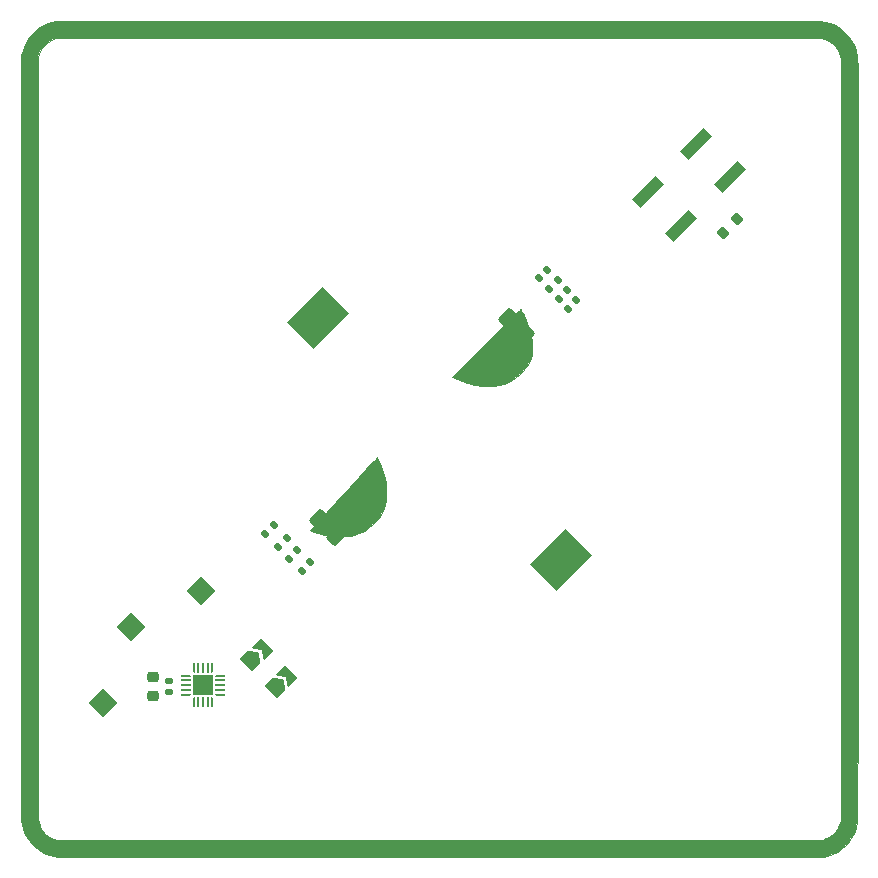
<source format=gbr>
%TF.GenerationSoftware,KiCad,Pcbnew,(6.0.0)*%
%TF.CreationDate,2022-10-29T10:39:51-07:00*%
%TF.ProjectId,tiny-osean,74696e79-2d6f-4736-9561-6e2e6b696361,rev?*%
%TF.SameCoordinates,Original*%
%TF.FileFunction,Soldermask,Top*%
%TF.FilePolarity,Negative*%
%FSLAX46Y46*%
G04 Gerber Fmt 4.6, Leading zero omitted, Abs format (unit mm)*
G04 Created by KiCad (PCBNEW (6.0.0)) date 2022-10-29 10:39:51*
%MOMM*%
%LPD*%
G01*
G04 APERTURE LIST*
G04 Aperture macros list*
%AMRoundRect*
0 Rectangle with rounded corners*
0 $1 Rounding radius*
0 $2 $3 $4 $5 $6 $7 $8 $9 X,Y pos of 4 corners*
0 Add a 4 corners polygon primitive as box body*
4,1,4,$2,$3,$4,$5,$6,$7,$8,$9,$2,$3,0*
0 Add four circle primitives for the rounded corners*
1,1,$1+$1,$2,$3*
1,1,$1+$1,$4,$5*
1,1,$1+$1,$6,$7*
1,1,$1+$1,$8,$9*
0 Add four rect primitives between the rounded corners*
20,1,$1+$1,$2,$3,$4,$5,0*
20,1,$1+$1,$4,$5,$6,$7,0*
20,1,$1+$1,$6,$7,$8,$9,0*
20,1,$1+$1,$8,$9,$2,$3,0*%
%AMRotRect*
0 Rectangle, with rotation*
0 The origin of the aperture is its center*
0 $1 length*
0 $2 width*
0 $3 Rotation angle, in degrees counterclockwise*
0 Add horizontal line*
21,1,$1,$2,0,0,$3*%
%AMFreePoly0*
4,1,14,0.334644,0.085355,0.385355,0.034644,0.400000,-0.000711,0.400000,-0.050000,0.385355,-0.085355,0.350000,-0.100000,-0.350000,-0.100000,-0.385355,-0.085355,-0.400000,-0.050000,-0.400000,0.050000,-0.385355,0.085355,-0.350000,0.100000,0.299289,0.100000,0.334644,0.085355,0.334644,0.085355,$1*%
%AMFreePoly1*
4,1,15,0.385355,0.085355,0.400000,0.050000,0.400000,0.000711,0.399705,0.000000,0.385355,-0.034644,0.334644,-0.085355,0.299289,-0.100000,-0.350000,-0.100000,-0.385355,-0.085355,-0.400000,-0.050000,-0.400000,0.050000,-0.385355,0.085355,-0.350000,0.100000,0.350000,0.100000,0.385355,0.085355,0.385355,0.085355,$1*%
%AMFreePoly2*
4,1,14,0.085355,0.385355,0.100000,0.350000,0.100000,-0.350000,0.085355,-0.385355,0.050000,-0.400000,-0.050000,-0.400000,-0.085355,-0.385355,-0.100000,-0.350000,-0.100000,0.299289,-0.085355,0.334644,-0.034644,0.385355,0.000711,0.400000,0.050000,0.400000,0.085355,0.385355,0.085355,0.385355,$1*%
%AMFreePoly3*
4,1,14,0.034644,0.385355,0.085355,0.334644,0.100000,0.299289,0.100000,-0.350000,0.085355,-0.385355,0.050000,-0.400000,-0.050000,-0.400000,-0.085355,-0.385355,-0.100000,-0.350000,-0.100000,0.350000,-0.085355,0.385355,-0.050000,0.400000,-0.000711,0.400000,0.034644,0.385355,0.034644,0.385355,$1*%
%AMFreePoly4*
4,1,14,0.385355,0.085355,0.400000,0.050000,0.400000,-0.050000,0.385355,-0.085355,0.350000,-0.100000,-0.299289,-0.100000,-0.334644,-0.085355,-0.385355,-0.034644,-0.400000,0.000711,-0.400000,0.050000,-0.385355,0.085355,-0.350000,0.100000,0.350000,0.100000,0.385355,0.085355,0.385355,0.085355,$1*%
%AMFreePoly5*
4,1,14,0.385355,0.085355,0.400000,0.050000,0.400000,-0.050000,0.385355,-0.085355,0.350000,-0.100000,-0.350000,-0.100000,-0.385355,-0.085355,-0.400000,-0.050000,-0.400000,-0.000711,-0.385355,0.034644,-0.334644,0.085355,-0.299289,0.100000,0.350000,0.100000,0.385355,0.085355,0.385355,0.085355,$1*%
%AMFreePoly6*
4,1,15,0.085355,0.385355,0.100000,0.350000,0.100000,-0.299289,0.099705,-0.300000,0.085355,-0.334644,0.034644,-0.385355,-0.000711,-0.400000,-0.050000,-0.400000,-0.085355,-0.385355,-0.100000,-0.350000,-0.100000,0.350000,-0.085355,0.385355,-0.050000,0.400000,0.050000,0.400000,0.085355,0.385355,0.085355,0.385355,$1*%
%AMFreePoly7*
4,1,14,0.085355,0.385355,0.100000,0.350000,0.100000,-0.350000,0.085355,-0.385355,0.050000,-0.400000,0.000711,-0.400000,-0.034644,-0.385355,-0.085355,-0.334644,-0.100000,-0.299289,-0.100000,0.350000,-0.085355,0.385355,-0.050000,0.400000,0.050000,0.400000,0.085355,0.385355,0.085355,0.385355,$1*%
%AMFreePoly8*
4,1,6,1.000000,0.000000,0.499999,-0.750000,-0.499999,-0.750000,-0.499999,0.750000,0.499999,0.750000,1.000000,0.000000,1.000000,0.000000,$1*%
%AMFreePoly9*
4,1,6,0.499999,-0.750000,-0.649999,-0.750000,-0.150000,0.000000,-0.649999,0.750000,0.499999,0.750000,0.499999,-0.750000,0.499999,-0.750000,$1*%
G04 Aperture macros list end*
%ADD10C,0.010000*%
%ADD11RotRect,2.800000X1.000000X45.000000*%
%ADD12RoundRect,0.135000X-0.035355X0.226274X-0.226274X0.035355X0.035355X-0.226274X0.226274X-0.035355X0*%
%ADD13RoundRect,0.250000X0.574524X0.097227X0.097227X0.574524X-0.574524X-0.097227X-0.097227X-0.574524X0*%
%ADD14RoundRect,0.135000X0.035355X-0.226274X0.226274X-0.035355X-0.035355X0.226274X-0.226274X0.035355X0*%
%ADD15RotRect,1.700000X1.700000X45.000000*%
%ADD16FreePoly0,0.000000*%
%ADD17RoundRect,0.050000X-0.350000X-0.050000X0.350000X-0.050000X0.350000X0.050000X-0.350000X0.050000X0*%
%ADD18FreePoly1,0.000000*%
%ADD19FreePoly2,0.000000*%
%ADD20RoundRect,0.050000X-0.050000X-0.350000X0.050000X-0.350000X0.050000X0.350000X-0.050000X0.350000X0*%
%ADD21FreePoly3,0.000000*%
%ADD22FreePoly4,0.000000*%
%ADD23FreePoly5,0.000000*%
%ADD24FreePoly6,0.000000*%
%ADD25FreePoly7,0.000000*%
%ADD26R,1.700000X1.700000*%
%ADD27FreePoly8,45.000000*%
%ADD28FreePoly9,45.000000*%
%ADD29RoundRect,0.225000X0.250000X-0.225000X0.250000X0.225000X-0.250000X0.225000X-0.250000X-0.225000X0*%
%ADD30RoundRect,0.140000X0.170000X-0.140000X0.170000X0.140000X-0.170000X0.140000X-0.170000X-0.140000X0*%
%ADD31RotRect,4.200000X3.200000X45.000000*%
%ADD32RoundRect,0.200000X0.053033X-0.335876X0.335876X-0.053033X-0.053033X0.335876X-0.335876X0.053033X0*%
G04 APERTURE END LIST*
D10*
%TO.C,Ref\u002A\u002A*%
X143176358Y-100143174D02*
X143200459Y-100183210D01*
X143200459Y-100183210D02*
X143235420Y-100252282D01*
X143235420Y-100252282D02*
X143274667Y-100333552D01*
X143274667Y-100333552D02*
X143499252Y-100847734D01*
X143499252Y-100847734D02*
X143685417Y-101373174D01*
X143685417Y-101373174D02*
X143831736Y-101905476D01*
X143831736Y-101905476D02*
X143913295Y-102299949D01*
X143913295Y-102299949D02*
X143928862Y-102392268D01*
X143928862Y-102392268D02*
X143940792Y-102477126D01*
X143940792Y-102477126D02*
X143949554Y-102562409D01*
X143949554Y-102562409D02*
X143955616Y-102656002D01*
X143955616Y-102656002D02*
X143959447Y-102765790D01*
X143959447Y-102765790D02*
X143961515Y-102899658D01*
X143961515Y-102899658D02*
X143962288Y-103065492D01*
X143962288Y-103065492D02*
X143962338Y-103125449D01*
X143962338Y-103125449D02*
X143961321Y-103329559D01*
X143961321Y-103329559D02*
X143957389Y-103500017D01*
X143957389Y-103500017D02*
X143949375Y-103645469D01*
X143949375Y-103645469D02*
X143936115Y-103774562D01*
X143936115Y-103774562D02*
X143916441Y-103895940D01*
X143916441Y-103895940D02*
X143889188Y-104018250D01*
X143889188Y-104018250D02*
X143853190Y-104150137D01*
X143853190Y-104150137D02*
X143807280Y-104300247D01*
X143807280Y-104300247D02*
X143801392Y-104318818D01*
X143801392Y-104318818D02*
X143675770Y-104645357D01*
X143675770Y-104645357D02*
X143512119Y-104958790D01*
X143512119Y-104958790D02*
X143313397Y-105256606D01*
X143313397Y-105256606D02*
X143082560Y-105536291D01*
X143082560Y-105536291D02*
X142822565Y-105795334D01*
X142822565Y-105795334D02*
X142536370Y-106031222D01*
X142536370Y-106031222D02*
X142226933Y-106241444D01*
X142226933Y-106241444D02*
X141897210Y-106423488D01*
X141897210Y-106423488D02*
X141550159Y-106574841D01*
X141550159Y-106574841D02*
X141188737Y-106692991D01*
X141188737Y-106692991D02*
X140935583Y-106753225D01*
X140935583Y-106753225D02*
X140679569Y-106794889D01*
X140679569Y-106794889D02*
X140396963Y-106823177D01*
X140396963Y-106823177D02*
X140101529Y-106837503D01*
X140101529Y-106837503D02*
X139807029Y-106837277D01*
X139807029Y-106837277D02*
X139527227Y-106821912D01*
X139527227Y-106821912D02*
X139465378Y-106816069D01*
X139465378Y-106816069D02*
X139228949Y-106785213D01*
X139228949Y-106785213D02*
X138968547Y-106739884D01*
X138968547Y-106739884D02*
X138698710Y-106683190D01*
X138698710Y-106683190D02*
X138433976Y-106618237D01*
X138433976Y-106618237D02*
X138188883Y-106548130D01*
X138188883Y-106548130D02*
X138142462Y-106533428D01*
X138142462Y-106533428D02*
X138023959Y-106493811D01*
X138023959Y-106493811D02*
X137904552Y-106451470D01*
X137904552Y-106451470D02*
X137790793Y-106409005D01*
X137790793Y-106409005D02*
X137689235Y-106369017D01*
X137689235Y-106369017D02*
X137606429Y-106334105D01*
X137606429Y-106334105D02*
X137548928Y-106306869D01*
X137548928Y-106306869D02*
X137523286Y-106289908D01*
X137523286Y-106289908D02*
X137522642Y-106287510D01*
X137522642Y-106287510D02*
X137537321Y-106270413D01*
X137537321Y-106270413D02*
X137579222Y-106223611D01*
X137579222Y-106223611D02*
X137646968Y-106148612D01*
X137646968Y-106148612D02*
X137739183Y-106046924D01*
X137739183Y-106046924D02*
X137854492Y-105920055D01*
X137854492Y-105920055D02*
X137991519Y-105769514D01*
X137991519Y-105769514D02*
X138148887Y-105596809D01*
X138148887Y-105596809D02*
X138325221Y-105403449D01*
X138325221Y-105403449D02*
X138519144Y-105190941D01*
X138519144Y-105190941D02*
X138729280Y-104960793D01*
X138729280Y-104960793D02*
X138954254Y-104714515D01*
X138954254Y-104714515D02*
X139192690Y-104453614D01*
X139192690Y-104453614D02*
X139443210Y-104179598D01*
X139443210Y-104179598D02*
X139704441Y-103893976D01*
X139704441Y-103893976D02*
X139975004Y-103598257D01*
X139975004Y-103598257D02*
X140253525Y-103293947D01*
X140253525Y-103293947D02*
X140312045Y-103230023D01*
X140312045Y-103230023D02*
X140592472Y-102923676D01*
X140592472Y-102923676D02*
X140865486Y-102625368D01*
X140865486Y-102625368D02*
X141129693Y-102336625D01*
X141129693Y-102336625D02*
X141383698Y-102058971D01*
X141383698Y-102058971D02*
X141626108Y-101793934D01*
X141626108Y-101793934D02*
X141855528Y-101543039D01*
X141855528Y-101543039D02*
X142070563Y-101307813D01*
X142070563Y-101307813D02*
X142269820Y-101089780D01*
X142269820Y-101089780D02*
X142451904Y-100890468D01*
X142451904Y-100890468D02*
X142615421Y-100711403D01*
X142615421Y-100711403D02*
X142758976Y-100554109D01*
X142758976Y-100554109D02*
X142881175Y-100420114D01*
X142881175Y-100420114D02*
X142980624Y-100310943D01*
X142980624Y-100310943D02*
X143055929Y-100228122D01*
X143055929Y-100228122D02*
X143105696Y-100173177D01*
X143105696Y-100173177D02*
X143128529Y-100147634D01*
X143128529Y-100147634D02*
X143129708Y-100146231D01*
X143129708Y-100146231D02*
X143144934Y-100129790D01*
X143144934Y-100129790D02*
X143159167Y-100127069D01*
X143159167Y-100127069D02*
X143176358Y-100143174D01*
X143176358Y-100143174D02*
X143176358Y-100143174D01*
G36*
X143176358Y-100143174D02*
G01*
X143200459Y-100183210D01*
X143235420Y-100252282D01*
X143274667Y-100333552D01*
X143499252Y-100847734D01*
X143685417Y-101373174D01*
X143831736Y-101905476D01*
X143913295Y-102299949D01*
X143928862Y-102392268D01*
X143940792Y-102477126D01*
X143949554Y-102562409D01*
X143955616Y-102656002D01*
X143959447Y-102765790D01*
X143961515Y-102899658D01*
X143962288Y-103065492D01*
X143962338Y-103125449D01*
X143961321Y-103329559D01*
X143957389Y-103500017D01*
X143949375Y-103645469D01*
X143936115Y-103774562D01*
X143916441Y-103895940D01*
X143889188Y-104018250D01*
X143853190Y-104150137D01*
X143807280Y-104300247D01*
X143801392Y-104318818D01*
X143675770Y-104645357D01*
X143512119Y-104958790D01*
X143313397Y-105256606D01*
X143082560Y-105536291D01*
X142822565Y-105795334D01*
X142536370Y-106031222D01*
X142226933Y-106241444D01*
X141897210Y-106423488D01*
X141550159Y-106574841D01*
X141188737Y-106692991D01*
X140935583Y-106753225D01*
X140679569Y-106794889D01*
X140396963Y-106823177D01*
X140101529Y-106837503D01*
X139807029Y-106837277D01*
X139527227Y-106821912D01*
X139465378Y-106816069D01*
X139228949Y-106785213D01*
X138968547Y-106739884D01*
X138698710Y-106683190D01*
X138433976Y-106618237D01*
X138188883Y-106548130D01*
X138142462Y-106533428D01*
X138023959Y-106493811D01*
X137904552Y-106451470D01*
X137790793Y-106409005D01*
X137689235Y-106369017D01*
X137606429Y-106334105D01*
X137548928Y-106306869D01*
X137523286Y-106289908D01*
X137522642Y-106287510D01*
X137537321Y-106270413D01*
X137579222Y-106223611D01*
X137646968Y-106148612D01*
X137739183Y-106046924D01*
X137854492Y-105920055D01*
X137991519Y-105769514D01*
X138148887Y-105596809D01*
X138325221Y-105403449D01*
X138519144Y-105190941D01*
X138729280Y-104960793D01*
X138954254Y-104714515D01*
X139192690Y-104453614D01*
X139443210Y-104179598D01*
X139704441Y-103893976D01*
X139975004Y-103598257D01*
X140253525Y-103293947D01*
X140312045Y-103230023D01*
X140592472Y-102923676D01*
X140865486Y-102625368D01*
X141129693Y-102336625D01*
X141383698Y-102058971D01*
X141626108Y-101793934D01*
X141855528Y-101543039D01*
X142070563Y-101307813D01*
X142269820Y-101089780D01*
X142451904Y-100890468D01*
X142615421Y-100711403D01*
X142758976Y-100554109D01*
X142881175Y-100420114D01*
X142980624Y-100310943D01*
X143055929Y-100228122D01*
X143105696Y-100173177D01*
X143128529Y-100147634D01*
X143129708Y-100146231D01*
X143144934Y-100129790D01*
X143159167Y-100127069D01*
X143176358Y-100143174D01*
G37*
X143176358Y-100143174D02*
X143200459Y-100183210D01*
X143235420Y-100252282D01*
X143274667Y-100333552D01*
X143499252Y-100847734D01*
X143685417Y-101373174D01*
X143831736Y-101905476D01*
X143913295Y-102299949D01*
X143928862Y-102392268D01*
X143940792Y-102477126D01*
X143949554Y-102562409D01*
X143955616Y-102656002D01*
X143959447Y-102765790D01*
X143961515Y-102899658D01*
X143962288Y-103065492D01*
X143962338Y-103125449D01*
X143961321Y-103329559D01*
X143957389Y-103500017D01*
X143949375Y-103645469D01*
X143936115Y-103774562D01*
X143916441Y-103895940D01*
X143889188Y-104018250D01*
X143853190Y-104150137D01*
X143807280Y-104300247D01*
X143801392Y-104318818D01*
X143675770Y-104645357D01*
X143512119Y-104958790D01*
X143313397Y-105256606D01*
X143082560Y-105536291D01*
X142822565Y-105795334D01*
X142536370Y-106031222D01*
X142226933Y-106241444D01*
X141897210Y-106423488D01*
X141550159Y-106574841D01*
X141188737Y-106692991D01*
X140935583Y-106753225D01*
X140679569Y-106794889D01*
X140396963Y-106823177D01*
X140101529Y-106837503D01*
X139807029Y-106837277D01*
X139527227Y-106821912D01*
X139465378Y-106816069D01*
X139228949Y-106785213D01*
X138968547Y-106739884D01*
X138698710Y-106683190D01*
X138433976Y-106618237D01*
X138188883Y-106548130D01*
X138142462Y-106533428D01*
X138023959Y-106493811D01*
X137904552Y-106451470D01*
X137790793Y-106409005D01*
X137689235Y-106369017D01*
X137606429Y-106334105D01*
X137548928Y-106306869D01*
X137523286Y-106289908D01*
X137522642Y-106287510D01*
X137537321Y-106270413D01*
X137579222Y-106223611D01*
X137646968Y-106148612D01*
X137739183Y-106046924D01*
X137854492Y-105920055D01*
X137991519Y-105769514D01*
X138148887Y-105596809D01*
X138325221Y-105403449D01*
X138519144Y-105190941D01*
X138729280Y-104960793D01*
X138954254Y-104714515D01*
X139192690Y-104453614D01*
X139443210Y-104179598D01*
X139704441Y-103893976D01*
X139975004Y-103598257D01*
X140253525Y-103293947D01*
X140312045Y-103230023D01*
X140592472Y-102923676D01*
X140865486Y-102625368D01*
X141129693Y-102336625D01*
X141383698Y-102058971D01*
X141626108Y-101793934D01*
X141855528Y-101543039D01*
X142070563Y-101307813D01*
X142269820Y-101089780D01*
X142451904Y-100890468D01*
X142615421Y-100711403D01*
X142758976Y-100554109D01*
X142881175Y-100420114D01*
X142980624Y-100310943D01*
X143055929Y-100228122D01*
X143105696Y-100173177D01*
X143128529Y-100147634D01*
X143129708Y-100146231D01*
X143144934Y-100129790D01*
X143159167Y-100127069D01*
X143176358Y-100143174D01*
X164992877Y-63155387D02*
X166004246Y-63155437D01*
X166004246Y-63155437D02*
X166978394Y-63155517D01*
X166978394Y-63155517D02*
X167915688Y-63155629D01*
X167915688Y-63155629D02*
X168816492Y-63155772D01*
X168816492Y-63155772D02*
X169681171Y-63155947D01*
X169681171Y-63155947D02*
X170510092Y-63156154D01*
X170510092Y-63156154D02*
X171303619Y-63156393D01*
X171303619Y-63156393D02*
X172062117Y-63156664D01*
X172062117Y-63156664D02*
X172785951Y-63156967D01*
X172785951Y-63156967D02*
X173475487Y-63157303D01*
X173475487Y-63157303D02*
X174131091Y-63157672D01*
X174131091Y-63157672D02*
X174753126Y-63158074D01*
X174753126Y-63158074D02*
X175341959Y-63158509D01*
X175341959Y-63158509D02*
X175897955Y-63158977D01*
X175897955Y-63158977D02*
X176421479Y-63159479D01*
X176421479Y-63159479D02*
X176912895Y-63160015D01*
X176912895Y-63160015D02*
X177372571Y-63160584D01*
X177372571Y-63160584D02*
X177800870Y-63161187D01*
X177800870Y-63161187D02*
X178198157Y-63161825D01*
X178198157Y-63161825D02*
X178564799Y-63162497D01*
X178564799Y-63162497D02*
X178901161Y-63163203D01*
X178901161Y-63163203D02*
X179207606Y-63163944D01*
X179207606Y-63163944D02*
X179484502Y-63164720D01*
X179484502Y-63164720D02*
X179732213Y-63165532D01*
X179732213Y-63165532D02*
X179951103Y-63166378D01*
X179951103Y-63166378D02*
X180141540Y-63167260D01*
X180141540Y-63167260D02*
X180303887Y-63168178D01*
X180303887Y-63168178D02*
X180438510Y-63169131D01*
X180438510Y-63169131D02*
X180545774Y-63170121D01*
X180545774Y-63170121D02*
X180626045Y-63171146D01*
X180626045Y-63171146D02*
X180679687Y-63172208D01*
X180679687Y-63172208D02*
X180707067Y-63173307D01*
X180707067Y-63173307D02*
X180708628Y-63173444D01*
X180708628Y-63173444D02*
X181093415Y-63231278D01*
X181093415Y-63231278D02*
X181457670Y-63326023D01*
X181457670Y-63326023D02*
X181802501Y-63458201D01*
X181802501Y-63458201D02*
X182129014Y-63628338D01*
X182129014Y-63628338D02*
X182438315Y-63836958D01*
X182438315Y-63836958D02*
X182731512Y-64084584D01*
X182731512Y-64084584D02*
X182826951Y-64176980D01*
X182826951Y-64176980D02*
X183085009Y-64460354D01*
X183085009Y-64460354D02*
X183304102Y-64756058D01*
X183304102Y-64756058D02*
X183485404Y-65066700D01*
X183485404Y-65066700D02*
X183630089Y-65394887D01*
X183630089Y-65394887D02*
X183739329Y-65743226D01*
X183739329Y-65743226D02*
X183814299Y-66114325D01*
X183814299Y-66114325D02*
X183852358Y-66454997D01*
X183852358Y-66454997D02*
X183853453Y-66484988D01*
X183853453Y-66484988D02*
X183854511Y-66545089D01*
X183854511Y-66545089D02*
X183855533Y-66635589D01*
X183855533Y-66635589D02*
X183856517Y-66756779D01*
X183856517Y-66756779D02*
X183857465Y-66908948D01*
X183857465Y-66908948D02*
X183858377Y-67092386D01*
X183858377Y-67092386D02*
X183859252Y-67307383D01*
X183859252Y-67307383D02*
X183860092Y-67554228D01*
X183860092Y-67554228D02*
X183860895Y-67833213D01*
X183860895Y-67833213D02*
X183861662Y-68144625D01*
X183861662Y-68144625D02*
X183862394Y-68488756D01*
X183862394Y-68488756D02*
X183863090Y-68865894D01*
X183863090Y-68865894D02*
X183863750Y-69276331D01*
X183863750Y-69276331D02*
X183864375Y-69720355D01*
X183864375Y-69720355D02*
X183864966Y-70198257D01*
X183864966Y-70198257D02*
X183865521Y-70710326D01*
X183865521Y-70710326D02*
X183866041Y-71256852D01*
X183866041Y-71256852D02*
X183866526Y-71838125D01*
X183866526Y-71838125D02*
X183866977Y-72454435D01*
X183866977Y-72454435D02*
X183867393Y-73106071D01*
X183867393Y-73106071D02*
X183867775Y-73793324D01*
X183867775Y-73793324D02*
X183868123Y-74516483D01*
X183868123Y-74516483D02*
X183868436Y-75275838D01*
X183868436Y-75275838D02*
X183868716Y-76071679D01*
X183868716Y-76071679D02*
X183868962Y-76904296D01*
X183868962Y-76904296D02*
X183869174Y-77773978D01*
X183869174Y-77773978D02*
X183869353Y-78681016D01*
X183869353Y-78681016D02*
X183869498Y-79625698D01*
X183869498Y-79625698D02*
X183869610Y-80608316D01*
X183869610Y-80608316D02*
X183869689Y-81629159D01*
X183869689Y-81629159D02*
X183869735Y-82688516D01*
X183869735Y-82688516D02*
X183869748Y-83786678D01*
X183869748Y-83786678D02*
X183869728Y-84923934D01*
X183869728Y-84923934D02*
X183869676Y-86100574D01*
X183869676Y-86100574D02*
X183869592Y-87316889D01*
X183869592Y-87316889D02*
X183869475Y-88573167D01*
X183869475Y-88573167D02*
X183869326Y-89869698D01*
X183869326Y-89869698D02*
X183869145Y-91206773D01*
X183869145Y-91206773D02*
X183868932Y-92584681D01*
X183868932Y-92584681D02*
X183868687Y-94003713D01*
X183868687Y-94003713D02*
X183868411Y-95464157D01*
X183868411Y-95464157D02*
X183868103Y-96966304D01*
X183868103Y-96966304D02*
X183867764Y-98510443D01*
X183867764Y-98510443D02*
X183867701Y-98786283D01*
X183867701Y-98786283D02*
X183867377Y-100194742D01*
X183867377Y-100194742D02*
X183867058Y-101561496D01*
X183867058Y-101561496D02*
X183866744Y-102887172D01*
X183866744Y-102887172D02*
X183866433Y-104172400D01*
X183866433Y-104172400D02*
X183866126Y-105417807D01*
X183866126Y-105417807D02*
X183865820Y-106624022D01*
X183865820Y-106624022D02*
X183865516Y-107791671D01*
X183865516Y-107791671D02*
X183865212Y-108921385D01*
X183865212Y-108921385D02*
X183864908Y-110013790D01*
X183864908Y-110013790D02*
X183864602Y-111069514D01*
X183864602Y-111069514D02*
X183864295Y-112089187D01*
X183864295Y-112089187D02*
X183863984Y-113073436D01*
X183863984Y-113073436D02*
X183863670Y-114022888D01*
X183863670Y-114022888D02*
X183863350Y-114938173D01*
X183863350Y-114938173D02*
X183863026Y-115819919D01*
X183863026Y-115819919D02*
X183862695Y-116668753D01*
X183862695Y-116668753D02*
X183862357Y-117485303D01*
X183862357Y-117485303D02*
X183862010Y-118270199D01*
X183862010Y-118270199D02*
X183861655Y-119024067D01*
X183861655Y-119024067D02*
X183861290Y-119747536D01*
X183861290Y-119747536D02*
X183860915Y-120441235D01*
X183860915Y-120441235D02*
X183860528Y-121105790D01*
X183860528Y-121105790D02*
X183860129Y-121741832D01*
X183860129Y-121741832D02*
X183859717Y-122349986D01*
X183859717Y-122349986D02*
X183859291Y-122930882D01*
X183859291Y-122930882D02*
X183858850Y-123485148D01*
X183858850Y-123485148D02*
X183858393Y-124013412D01*
X183858393Y-124013412D02*
X183857920Y-124516302D01*
X183857920Y-124516302D02*
X183857430Y-124994446D01*
X183857430Y-124994446D02*
X183856921Y-125448472D01*
X183856921Y-125448472D02*
X183856393Y-125879009D01*
X183856393Y-125879009D02*
X183855846Y-126286684D01*
X183855846Y-126286684D02*
X183855278Y-126672126D01*
X183855278Y-126672126D02*
X183854688Y-127035962D01*
X183854688Y-127035962D02*
X183854076Y-127378821D01*
X183854076Y-127378821D02*
X183853440Y-127701332D01*
X183853440Y-127701332D02*
X183852781Y-128004121D01*
X183852781Y-128004121D02*
X183852097Y-128287818D01*
X183852097Y-128287818D02*
X183851386Y-128553050D01*
X183851386Y-128553050D02*
X183850650Y-128800445D01*
X183850650Y-128800445D02*
X183849885Y-129030632D01*
X183849885Y-129030632D02*
X183849093Y-129244239D01*
X183849093Y-129244239D02*
X183848271Y-129441894D01*
X183848271Y-129441894D02*
X183847420Y-129624225D01*
X183847420Y-129624225D02*
X183846537Y-129791859D01*
X183846537Y-129791859D02*
X183845623Y-129945426D01*
X183845623Y-129945426D02*
X183844676Y-130085554D01*
X183844676Y-130085554D02*
X183843696Y-130212870D01*
X183843696Y-130212870D02*
X183842682Y-130328002D01*
X183842682Y-130328002D02*
X183841632Y-130431579D01*
X183841632Y-130431579D02*
X183840547Y-130524229D01*
X183840547Y-130524229D02*
X183839425Y-130606580D01*
X183839425Y-130606580D02*
X183838265Y-130679260D01*
X183838265Y-130679260D02*
X183837067Y-130742898D01*
X183837067Y-130742898D02*
X183835830Y-130798120D01*
X183835830Y-130798120D02*
X183834552Y-130845556D01*
X183834552Y-130845556D02*
X183833234Y-130885834D01*
X183833234Y-130885834D02*
X183831874Y-130919581D01*
X183831874Y-130919581D02*
X183830471Y-130947426D01*
X183830471Y-130947426D02*
X183829024Y-130969998D01*
X183829024Y-130969998D02*
X183827534Y-130987923D01*
X183827534Y-130987923D02*
X183825998Y-131001830D01*
X183825998Y-131001830D02*
X183824416Y-131012348D01*
X183824416Y-131012348D02*
X183824383Y-131012533D01*
X183824383Y-131012533D02*
X183734337Y-131407986D01*
X183734337Y-131407986D02*
X183610029Y-131778750D01*
X183610029Y-131778750D02*
X183451175Y-132125389D01*
X183451175Y-132125389D02*
X183257490Y-132448467D01*
X183257490Y-132448467D02*
X183028688Y-132748548D01*
X183028688Y-132748548D02*
X182847195Y-132945510D01*
X182847195Y-132945510D02*
X182561648Y-133203495D01*
X182561648Y-133203495D02*
X182252402Y-133426454D01*
X182252402Y-133426454D02*
X181919795Y-133614208D01*
X181919795Y-133614208D02*
X181564168Y-133766576D01*
X181564168Y-133766576D02*
X181185861Y-133883378D01*
X181185861Y-133883378D02*
X180994378Y-133927153D01*
X180994378Y-133927153D02*
X180985112Y-133928759D01*
X180985112Y-133928759D02*
X180972882Y-133930317D01*
X180972882Y-133930317D02*
X180957063Y-133931829D01*
X180957063Y-133931829D02*
X180937028Y-133933296D01*
X180937028Y-133933296D02*
X180912150Y-133934717D01*
X180912150Y-133934717D02*
X180881804Y-133936095D01*
X180881804Y-133936095D02*
X180845363Y-133937429D01*
X180845363Y-133937429D02*
X180802201Y-133938721D01*
X180802201Y-133938721D02*
X180751692Y-133939971D01*
X180751692Y-133939971D02*
X180693210Y-133941179D01*
X180693210Y-133941179D02*
X180626128Y-133942348D01*
X180626128Y-133942348D02*
X180549821Y-133943477D01*
X180549821Y-133943477D02*
X180463661Y-133944567D01*
X180463661Y-133944567D02*
X180367024Y-133945619D01*
X180367024Y-133945619D02*
X180259281Y-133946634D01*
X180259281Y-133946634D02*
X180139808Y-133947612D01*
X180139808Y-133947612D02*
X180007979Y-133948554D01*
X180007979Y-133948554D02*
X179863166Y-133949462D01*
X179863166Y-133949462D02*
X179704743Y-133950335D01*
X179704743Y-133950335D02*
X179532085Y-133951175D01*
X179532085Y-133951175D02*
X179344566Y-133951982D01*
X179344566Y-133951982D02*
X179141558Y-133952758D01*
X179141558Y-133952758D02*
X178922436Y-133953502D01*
X178922436Y-133953502D02*
X178686574Y-133954215D01*
X178686574Y-133954215D02*
X178433344Y-133954899D01*
X178433344Y-133954899D02*
X178162122Y-133955554D01*
X178162122Y-133955554D02*
X177872281Y-133956181D01*
X177872281Y-133956181D02*
X177563195Y-133956780D01*
X177563195Y-133956780D02*
X177234236Y-133957353D01*
X177234236Y-133957353D02*
X176884781Y-133957900D01*
X176884781Y-133957900D02*
X176514201Y-133958421D01*
X176514201Y-133958421D02*
X176121870Y-133958919D01*
X176121870Y-133958919D02*
X175707164Y-133959392D01*
X175707164Y-133959392D02*
X175269454Y-133959843D01*
X175269454Y-133959843D02*
X174808116Y-133960272D01*
X174808116Y-133960272D02*
X174322522Y-133960680D01*
X174322522Y-133960680D02*
X173812048Y-133961066D01*
X173812048Y-133961066D02*
X173276065Y-133961434D01*
X173276065Y-133961434D02*
X172713949Y-133961782D01*
X172713949Y-133961782D02*
X172125073Y-133962111D01*
X172125073Y-133962111D02*
X171508810Y-133962423D01*
X171508810Y-133962423D02*
X170864535Y-133962719D01*
X170864535Y-133962719D02*
X170191621Y-133962998D01*
X170191621Y-133962998D02*
X169489442Y-133963262D01*
X169489442Y-133963262D02*
X168757373Y-133963512D01*
X168757373Y-133963512D02*
X167994785Y-133963748D01*
X167994785Y-133963748D02*
X167201055Y-133963971D01*
X167201055Y-133963971D02*
X166375554Y-133964181D01*
X166375554Y-133964181D02*
X165517657Y-133964380D01*
X165517657Y-133964380D02*
X164626738Y-133964569D01*
X164626738Y-133964569D02*
X163702171Y-133964747D01*
X163702171Y-133964747D02*
X162743328Y-133964917D01*
X162743328Y-133964917D02*
X161749585Y-133965077D01*
X161749585Y-133965077D02*
X160720315Y-133965231D01*
X160720315Y-133965231D02*
X159654891Y-133965377D01*
X159654891Y-133965377D02*
X158552688Y-133965517D01*
X158552688Y-133965517D02*
X157413079Y-133965652D01*
X157413079Y-133965652D02*
X156235438Y-133965782D01*
X156235438Y-133965782D02*
X155019138Y-133965908D01*
X155019138Y-133965908D02*
X153763554Y-133966031D01*
X153763554Y-133966031D02*
X152468060Y-133966152D01*
X152468060Y-133966152D02*
X151132028Y-133966271D01*
X151132028Y-133966271D02*
X149754833Y-133966389D01*
X149754833Y-133966389D02*
X148524712Y-133966491D01*
X148524712Y-133966491D02*
X147355171Y-133966583D01*
X147355171Y-133966583D02*
X146195672Y-133966663D01*
X146195672Y-133966663D02*
X145046945Y-133966733D01*
X145046945Y-133966733D02*
X143909715Y-133966791D01*
X143909715Y-133966791D02*
X142784712Y-133966840D01*
X142784712Y-133966840D02*
X141672663Y-133966878D01*
X141672663Y-133966878D02*
X140574295Y-133966905D01*
X140574295Y-133966905D02*
X139490337Y-133966922D01*
X139490337Y-133966922D02*
X138421516Y-133966929D01*
X138421516Y-133966929D02*
X137368560Y-133966926D01*
X137368560Y-133966926D02*
X136332196Y-133966914D01*
X136332196Y-133966914D02*
X135313153Y-133966891D01*
X135313153Y-133966891D02*
X134312159Y-133966859D01*
X134312159Y-133966859D02*
X133329940Y-133966817D01*
X133329940Y-133966817D02*
X132367225Y-133966766D01*
X132367225Y-133966766D02*
X131424741Y-133966705D01*
X131424741Y-133966705D02*
X130503217Y-133966636D01*
X130503217Y-133966636D02*
X129603380Y-133966557D01*
X129603380Y-133966557D02*
X128725958Y-133966469D01*
X128725958Y-133966469D02*
X127871678Y-133966373D01*
X127871678Y-133966373D02*
X127041269Y-133966267D01*
X127041269Y-133966267D02*
X126235458Y-133966153D01*
X126235458Y-133966153D02*
X125454973Y-133966031D01*
X125454973Y-133966031D02*
X124700541Y-133965900D01*
X124700541Y-133965900D02*
X123972891Y-133965761D01*
X123972891Y-133965761D02*
X123272750Y-133965614D01*
X123272750Y-133965614D02*
X122600846Y-133965459D01*
X122600846Y-133965459D02*
X121957907Y-133965296D01*
X121957907Y-133965296D02*
X121344661Y-133965125D01*
X121344661Y-133965125D02*
X120761834Y-133964947D01*
X120761834Y-133964947D02*
X120210156Y-133964760D01*
X120210156Y-133964760D02*
X119690353Y-133964567D01*
X119690353Y-133964567D02*
X119203154Y-133964366D01*
X119203154Y-133964366D02*
X118749287Y-133964158D01*
X118749287Y-133964158D02*
X118329478Y-133963943D01*
X118329478Y-133963943D02*
X117944457Y-133963720D01*
X117944457Y-133963720D02*
X117594950Y-133963491D01*
X117594950Y-133963491D02*
X117281685Y-133963256D01*
X117281685Y-133963256D02*
X117005391Y-133963013D01*
X117005391Y-133963013D02*
X116766795Y-133962764D01*
X116766795Y-133962764D02*
X116566624Y-133962509D01*
X116566624Y-133962509D02*
X116405607Y-133962247D01*
X116405607Y-133962247D02*
X116284471Y-133961980D01*
X116284471Y-133961980D02*
X116203944Y-133961706D01*
X116203944Y-133961706D02*
X116164754Y-133961426D01*
X116164754Y-133961426D02*
X116160878Y-133961321D01*
X116160878Y-133961321D02*
X115802550Y-133903103D01*
X115802550Y-133903103D02*
X115449018Y-133806079D01*
X115449018Y-133806079D02*
X115105410Y-133672833D01*
X115105410Y-133672833D02*
X114776855Y-133505949D01*
X114776855Y-133505949D02*
X114468482Y-133308011D01*
X114468482Y-133308011D02*
X114185421Y-133081602D01*
X114185421Y-133081602D02*
X113948515Y-132846796D01*
X113948515Y-132846796D02*
X113703953Y-132546211D01*
X113703953Y-132546211D02*
X113496870Y-132225997D01*
X113496870Y-132225997D02*
X113327398Y-131886454D01*
X113327398Y-131886454D02*
X113195670Y-131527885D01*
X113195670Y-131527885D02*
X113101817Y-131150590D01*
X113101817Y-131150590D02*
X113049343Y-130790283D01*
X113049343Y-130790283D02*
X113048242Y-130765732D01*
X113048242Y-130765732D02*
X113047177Y-130714337D01*
X113047177Y-130714337D02*
X113046149Y-130635742D01*
X113046149Y-130635742D02*
X113045158Y-130529595D01*
X113045158Y-130529595D02*
X113044202Y-130395541D01*
X113044202Y-130395541D02*
X113043282Y-130233227D01*
X113043282Y-130233227D02*
X113042398Y-130042299D01*
X113042398Y-130042299D02*
X113041550Y-129822405D01*
X113041550Y-129822405D02*
X113040737Y-129573189D01*
X113040737Y-129573189D02*
X113039959Y-129294299D01*
X113039959Y-129294299D02*
X113039216Y-128985381D01*
X113039216Y-128985381D02*
X113038508Y-128646081D01*
X113038508Y-128646081D02*
X113037835Y-128276046D01*
X113037835Y-128276046D02*
X113037197Y-127874922D01*
X113037197Y-127874922D02*
X113036592Y-127442355D01*
X113036592Y-127442355D02*
X113036022Y-126977992D01*
X113036022Y-126977992D02*
X113035486Y-126481479D01*
X113035486Y-126481479D02*
X113034984Y-125952463D01*
X113034984Y-125952463D02*
X113034515Y-125390590D01*
X113034515Y-125390590D02*
X113034080Y-124795506D01*
X113034080Y-124795506D02*
X113033679Y-124166858D01*
X113033679Y-124166858D02*
X113033310Y-123504292D01*
X113033310Y-123504292D02*
X113032974Y-122807454D01*
X113032974Y-122807454D02*
X113032672Y-122075992D01*
X113032672Y-122075992D02*
X113032402Y-121309550D01*
X113032402Y-121309550D02*
X113032164Y-120507776D01*
X113032164Y-120507776D02*
X113031958Y-119670316D01*
X113031958Y-119670316D02*
X113031785Y-118796817D01*
X113031785Y-118796817D02*
X113031644Y-117886924D01*
X113031644Y-117886924D02*
X113031534Y-116940284D01*
X113031534Y-116940284D02*
X113031456Y-115956544D01*
X113031456Y-115956544D02*
X113031410Y-114935350D01*
X113031410Y-114935350D02*
X113031394Y-113876347D01*
X113031394Y-113876347D02*
X113031410Y-112779184D01*
X113031410Y-112779184D02*
X113031457Y-111643506D01*
X113031457Y-111643506D02*
X113031534Y-110468959D01*
X113031534Y-110468959D02*
X113031642Y-109255190D01*
X113031642Y-109255190D02*
X113031780Y-108001845D01*
X113031780Y-108001845D02*
X113031949Y-106708570D01*
X113031949Y-106708570D02*
X113032147Y-105375013D01*
X113032147Y-105375013D02*
X113032376Y-104000819D01*
X113032376Y-104000819D02*
X113032634Y-102585634D01*
X113032634Y-102585634D02*
X113032922Y-101129106D01*
X113032922Y-101129106D02*
X113033239Y-99630880D01*
X113033239Y-99630880D02*
X113033513Y-98405283D01*
X113033513Y-98405283D02*
X113033816Y-97084749D01*
X113033816Y-97084749D02*
X114445164Y-97084749D01*
X114445164Y-97084749D02*
X114445175Y-98097000D01*
X114445175Y-98097000D02*
X114445207Y-99109670D01*
X114445207Y-99109670D02*
X114445261Y-100121867D01*
X114445261Y-100121867D02*
X114445335Y-101132701D01*
X114445335Y-101132701D02*
X114445429Y-102141279D01*
X114445429Y-102141279D02*
X114445545Y-103146710D01*
X114445545Y-103146710D02*
X114445681Y-104148102D01*
X114445681Y-104148102D02*
X114445838Y-105144562D01*
X114445838Y-105144562D02*
X114446016Y-106135200D01*
X114446016Y-106135200D02*
X114446215Y-107119123D01*
X114446215Y-107119123D02*
X114446434Y-108095440D01*
X114446434Y-108095440D02*
X114446674Y-109063259D01*
X114446674Y-109063259D02*
X114446935Y-110021687D01*
X114446935Y-110021687D02*
X114447216Y-110969834D01*
X114447216Y-110969834D02*
X114447517Y-111906808D01*
X114447517Y-111906808D02*
X114447839Y-112831716D01*
X114447839Y-112831716D02*
X114448182Y-113743668D01*
X114448182Y-113743668D02*
X114448545Y-114641770D01*
X114448545Y-114641770D02*
X114448929Y-115525132D01*
X114448929Y-115525132D02*
X114449333Y-116392861D01*
X114449333Y-116392861D02*
X114449757Y-117244067D01*
X114449757Y-117244067D02*
X114450202Y-118077856D01*
X114450202Y-118077856D02*
X114450667Y-118893338D01*
X114450667Y-118893338D02*
X114451153Y-119689620D01*
X114451153Y-119689620D02*
X114451659Y-120465811D01*
X114451659Y-120465811D02*
X114452185Y-121221019D01*
X114452185Y-121221019D02*
X114452731Y-121954352D01*
X114452731Y-121954352D02*
X114453297Y-122664918D01*
X114453297Y-122664918D02*
X114453884Y-123351826D01*
X114453884Y-123351826D02*
X114454491Y-124014184D01*
X114454491Y-124014184D02*
X114455117Y-124651100D01*
X114455117Y-124651100D02*
X114455764Y-125261682D01*
X114455764Y-125261682D02*
X114456431Y-125845039D01*
X114456431Y-125845039D02*
X114457118Y-126400278D01*
X114457118Y-126400278D02*
X114457825Y-126926509D01*
X114457825Y-126926509D02*
X114458552Y-127422838D01*
X114458552Y-127422838D02*
X114459299Y-127888375D01*
X114459299Y-127888375D02*
X114460066Y-128322227D01*
X114460066Y-128322227D02*
X114460853Y-128723504D01*
X114460853Y-128723504D02*
X114461660Y-129091312D01*
X114461660Y-129091312D02*
X114462486Y-129424760D01*
X114462486Y-129424760D02*
X114463332Y-129722957D01*
X114463332Y-129722957D02*
X114464199Y-129985011D01*
X114464199Y-129985011D02*
X114465084Y-130210029D01*
X114465084Y-130210029D02*
X114465990Y-130397121D01*
X114465990Y-130397121D02*
X114466915Y-130545394D01*
X114466915Y-130545394D02*
X114467860Y-130653957D01*
X114467860Y-130653957D02*
X114468825Y-130721917D01*
X114468825Y-130721917D02*
X114469745Y-130747949D01*
X114469745Y-130747949D02*
X114525110Y-131032830D01*
X114525110Y-131032830D02*
X114618182Y-131302577D01*
X114618182Y-131302577D02*
X114746128Y-131554186D01*
X114746128Y-131554186D02*
X114906115Y-131784653D01*
X114906115Y-131784653D02*
X115095309Y-131990973D01*
X115095309Y-131990973D02*
X115310878Y-132170143D01*
X115310878Y-132170143D02*
X115549989Y-132319158D01*
X115549989Y-132319158D02*
X115809808Y-132435015D01*
X115809808Y-132435015D02*
X116087503Y-132514709D01*
X116087503Y-132514709D02*
X116146941Y-132526408D01*
X116146941Y-132526408D02*
X116159902Y-132527644D01*
X116159902Y-132527644D02*
X116185352Y-132528842D01*
X116185352Y-132528842D02*
X116223854Y-132530003D01*
X116223854Y-132530003D02*
X116275975Y-132531129D01*
X116275975Y-132531129D02*
X116342279Y-132532218D01*
X116342279Y-132532218D02*
X116423330Y-132533273D01*
X116423330Y-132533273D02*
X116519692Y-132534292D01*
X116519692Y-132534292D02*
X116631931Y-132535276D01*
X116631931Y-132535276D02*
X116760612Y-132536227D01*
X116760612Y-132536227D02*
X116906298Y-132537144D01*
X116906298Y-132537144D02*
X117069554Y-132538027D01*
X117069554Y-132538027D02*
X117250945Y-132538878D01*
X117250945Y-132538878D02*
X117451036Y-132539696D01*
X117451036Y-132539696D02*
X117670392Y-132540482D01*
X117670392Y-132540482D02*
X117909575Y-132541237D01*
X117909575Y-132541237D02*
X118169153Y-132541960D01*
X118169153Y-132541960D02*
X118449688Y-132542653D01*
X118449688Y-132542653D02*
X118751746Y-132543315D01*
X118751746Y-132543315D02*
X119075892Y-132543948D01*
X119075892Y-132543948D02*
X119422689Y-132544551D01*
X119422689Y-132544551D02*
X119792703Y-132545124D01*
X119792703Y-132545124D02*
X120186498Y-132545670D01*
X120186498Y-132545670D02*
X120604639Y-132546187D01*
X120604639Y-132546187D02*
X121047690Y-132546676D01*
X121047690Y-132546676D02*
X121516216Y-132547137D01*
X121516216Y-132547137D02*
X122010782Y-132547572D01*
X122010782Y-132547572D02*
X122531951Y-132547980D01*
X122531951Y-132547980D02*
X123080290Y-132548362D01*
X123080290Y-132548362D02*
X123656363Y-132548719D01*
X123656363Y-132548719D02*
X124260733Y-132549050D01*
X124260733Y-132549050D02*
X124893966Y-132549356D01*
X124893966Y-132549356D02*
X125556626Y-132549637D01*
X125556626Y-132549637D02*
X126249279Y-132549895D01*
X126249279Y-132549895D02*
X126972487Y-132550129D01*
X126972487Y-132550129D02*
X127726817Y-132550340D01*
X127726817Y-132550340D02*
X128512833Y-132550528D01*
X128512833Y-132550528D02*
X129331100Y-132550694D01*
X129331100Y-132550694D02*
X130182181Y-132550838D01*
X130182181Y-132550838D02*
X131066642Y-132550960D01*
X131066642Y-132550960D02*
X131985047Y-132551061D01*
X131985047Y-132551061D02*
X132937961Y-132551142D01*
X132937961Y-132551142D02*
X133925948Y-132551202D01*
X133925948Y-132551202D02*
X134949574Y-132551242D01*
X134949574Y-132551242D02*
X136009402Y-132551264D01*
X136009402Y-132551264D02*
X137105998Y-132551266D01*
X137105998Y-132551266D02*
X138239926Y-132551249D01*
X138239926Y-132551249D02*
X139411750Y-132551215D01*
X139411750Y-132551215D02*
X140622035Y-132551162D01*
X140622035Y-132551162D02*
X141871347Y-132551093D01*
X141871347Y-132551093D02*
X143160248Y-132551006D01*
X143160248Y-132551006D02*
X144489305Y-132550903D01*
X144489305Y-132550903D02*
X145859081Y-132550784D01*
X145859081Y-132550784D02*
X147270142Y-132550649D01*
X147270142Y-132550649D02*
X148514128Y-132550522D01*
X148514128Y-132550522D02*
X180729795Y-132547116D01*
X180729795Y-132547116D02*
X180899128Y-132497914D01*
X180899128Y-132497914D02*
X181188986Y-132392934D01*
X181188986Y-132392934D02*
X181454348Y-132253668D01*
X181454348Y-132253668D02*
X181694645Y-132080447D01*
X181694645Y-132080447D02*
X181841199Y-131945701D01*
X181841199Y-131945701D02*
X182025184Y-131734877D01*
X182025184Y-131734877D02*
X182175630Y-131506379D01*
X182175630Y-131506379D02*
X182296497Y-131253523D01*
X182296497Y-131253523D02*
X182363963Y-131063779D01*
X182363963Y-131063779D02*
X182423128Y-130874949D01*
X182423128Y-130874949D02*
X182423128Y-66274283D01*
X182423128Y-66274283D02*
X182374222Y-66105333D01*
X182374222Y-66105333D02*
X182269761Y-65816075D01*
X182269761Y-65816075D02*
X182131949Y-65552304D01*
X182131949Y-65552304D02*
X181962299Y-65315499D01*
X181962299Y-65315499D02*
X181762325Y-65107137D01*
X181762325Y-65107137D02*
X181533541Y-64928696D01*
X181533541Y-64928696D02*
X181277462Y-64781654D01*
X181277462Y-64781654D02*
X180995601Y-64667489D01*
X180995601Y-64667489D02*
X180859599Y-64626926D01*
X180859599Y-64626926D02*
X180687462Y-64580949D01*
X180687462Y-64580949D02*
X116213795Y-64580949D01*
X116213795Y-64580949D02*
X116025898Y-64628816D01*
X116025898Y-64628816D02*
X115751140Y-64719714D01*
X115751140Y-64719714D02*
X115491857Y-64847042D01*
X115491857Y-64847042D02*
X115252886Y-65007416D01*
X115252886Y-65007416D02*
X115039066Y-65197453D01*
X115039066Y-65197453D02*
X114855234Y-65413769D01*
X114855234Y-65413769D02*
X114808682Y-65480246D01*
X114808682Y-65480246D02*
X114666828Y-65722841D01*
X114666828Y-65722841D02*
X114562757Y-65972715D01*
X114562757Y-65972715D02*
X114493064Y-66239044D01*
X114493064Y-66239044D02*
X114467742Y-66399126D01*
X114467742Y-66399126D02*
X114466761Y-66428057D01*
X114466761Y-66428057D02*
X114465802Y-66498430D01*
X114465802Y-66498430D02*
X114464865Y-66609353D01*
X114464865Y-66609353D02*
X114463950Y-66759934D01*
X114463950Y-66759934D02*
X114463058Y-66949280D01*
X114463058Y-66949280D02*
X114462188Y-67176502D01*
X114462188Y-67176502D02*
X114461339Y-67440706D01*
X114461339Y-67440706D02*
X114460513Y-67741000D01*
X114460513Y-67741000D02*
X114459709Y-68076494D01*
X114459709Y-68076494D02*
X114458926Y-68446296D01*
X114458926Y-68446296D02*
X114458166Y-68849512D01*
X114458166Y-68849512D02*
X114457427Y-69285253D01*
X114457427Y-69285253D02*
X114456711Y-69752625D01*
X114456711Y-69752625D02*
X114456016Y-70250738D01*
X114456016Y-70250738D02*
X114455343Y-70778699D01*
X114455343Y-70778699D02*
X114454692Y-71335617D01*
X114454692Y-71335617D02*
X114454063Y-71920599D01*
X114454063Y-71920599D02*
X114453455Y-72532755D01*
X114453455Y-72532755D02*
X114452869Y-73171192D01*
X114452869Y-73171192D02*
X114452305Y-73835018D01*
X114452305Y-73835018D02*
X114451763Y-74523342D01*
X114451763Y-74523342D02*
X114451242Y-75235272D01*
X114451242Y-75235272D02*
X114450743Y-75969916D01*
X114450743Y-75969916D02*
X114450265Y-76726383D01*
X114450265Y-76726383D02*
X114449809Y-77503780D01*
X114449809Y-77503780D02*
X114449375Y-78301216D01*
X114449375Y-78301216D02*
X114448962Y-79117799D01*
X114448962Y-79117799D02*
X114448570Y-79952638D01*
X114448570Y-79952638D02*
X114448200Y-80804839D01*
X114448200Y-80804839D02*
X114447852Y-81673513D01*
X114447852Y-81673513D02*
X114447524Y-82557766D01*
X114447524Y-82557766D02*
X114447218Y-83456708D01*
X114447218Y-83456708D02*
X114446934Y-84369446D01*
X114446934Y-84369446D02*
X114446671Y-85295089D01*
X114446671Y-85295089D02*
X114446429Y-86232744D01*
X114446429Y-86232744D02*
X114446208Y-87181520D01*
X114446208Y-87181520D02*
X114446009Y-88140526D01*
X114446009Y-88140526D02*
X114445830Y-89108869D01*
X114445830Y-89108869D02*
X114445673Y-90085658D01*
X114445673Y-90085658D02*
X114445537Y-91070001D01*
X114445537Y-91070001D02*
X114445422Y-92061006D01*
X114445422Y-92061006D02*
X114445329Y-93057781D01*
X114445329Y-93057781D02*
X114445256Y-94059435D01*
X114445256Y-94059435D02*
X114445204Y-95065075D01*
X114445204Y-95065075D02*
X114445174Y-96073811D01*
X114445174Y-96073811D02*
X114445164Y-97084749D01*
X114445164Y-97084749D02*
X113033816Y-97084749D01*
X113033816Y-97084749D02*
X113033838Y-96990550D01*
X113033838Y-96990550D02*
X113034160Y-95617529D01*
X113034160Y-95617529D02*
X113034478Y-94285600D01*
X113034478Y-94285600D02*
X113034794Y-92994140D01*
X113034794Y-92994140D02*
X113035107Y-91742529D01*
X113035107Y-91742529D02*
X113035420Y-90530145D01*
X113035420Y-90530145D02*
X113035732Y-89356368D01*
X113035732Y-89356368D02*
X113036045Y-88220576D01*
X113036045Y-88220576D02*
X113036360Y-87122148D01*
X113036360Y-87122148D02*
X113036676Y-86060463D01*
X113036676Y-86060463D02*
X113036996Y-85034900D01*
X113036996Y-85034900D02*
X113037319Y-84044837D01*
X113037319Y-84044837D02*
X113037646Y-83089654D01*
X113037646Y-83089654D02*
X113037979Y-82168729D01*
X113037979Y-82168729D02*
X113038318Y-81281441D01*
X113038318Y-81281441D02*
X113038664Y-80427169D01*
X113038664Y-80427169D02*
X113039018Y-79605291D01*
X113039018Y-79605291D02*
X113039380Y-78815188D01*
X113039380Y-78815188D02*
X113039751Y-78056236D01*
X113039751Y-78056236D02*
X113040133Y-77327816D01*
X113040133Y-77327816D02*
X113040525Y-76629306D01*
X113040525Y-76629306D02*
X113040929Y-75960085D01*
X113040929Y-75960085D02*
X113041345Y-75319532D01*
X113041345Y-75319532D02*
X113041774Y-74707025D01*
X113041774Y-74707025D02*
X113042218Y-74121944D01*
X113042218Y-74121944D02*
X113042676Y-73563667D01*
X113042676Y-73563667D02*
X113043150Y-73031573D01*
X113043150Y-73031573D02*
X113043640Y-72525041D01*
X113043640Y-72525041D02*
X113044148Y-72043450D01*
X113044148Y-72043450D02*
X113044673Y-71586179D01*
X113044673Y-71586179D02*
X113045217Y-71152606D01*
X113045217Y-71152606D02*
X113045781Y-70742110D01*
X113045781Y-70742110D02*
X113046365Y-70354071D01*
X113046365Y-70354071D02*
X113046970Y-69987867D01*
X113046970Y-69987867D02*
X113047597Y-69642876D01*
X113047597Y-69642876D02*
X113048247Y-69318478D01*
X113048247Y-69318478D02*
X113048920Y-69014052D01*
X113048920Y-69014052D02*
X113049618Y-68728976D01*
X113049618Y-68728976D02*
X113050340Y-68462629D01*
X113050340Y-68462629D02*
X113051089Y-68214390D01*
X113051089Y-68214390D02*
X113051864Y-67983638D01*
X113051864Y-67983638D02*
X113052667Y-67769752D01*
X113052667Y-67769752D02*
X113053498Y-67572110D01*
X113053498Y-67572110D02*
X113054358Y-67390092D01*
X113054358Y-67390092D02*
X113055247Y-67223076D01*
X113055247Y-67223076D02*
X113056168Y-67070441D01*
X113056168Y-67070441D02*
X113057120Y-66931566D01*
X113057120Y-66931566D02*
X113058104Y-66805830D01*
X113058104Y-66805830D02*
X113059121Y-66692611D01*
X113059121Y-66692611D02*
X113060172Y-66591289D01*
X113060172Y-66591289D02*
X113061257Y-66501242D01*
X113061257Y-66501242D02*
X113062378Y-66421849D01*
X113062378Y-66421849D02*
X113063535Y-66352489D01*
X113063535Y-66352489D02*
X113064729Y-66292540D01*
X113064729Y-66292540D02*
X113065961Y-66241383D01*
X113065961Y-66241383D02*
X113067231Y-66198394D01*
X113067231Y-66198394D02*
X113068540Y-66162954D01*
X113068540Y-66162954D02*
X113069890Y-66134441D01*
X113069890Y-66134441D02*
X113071281Y-66112235D01*
X113071281Y-66112235D02*
X113072713Y-66095713D01*
X113072713Y-66095713D02*
X113074188Y-66084254D01*
X113074188Y-66084254D02*
X113074696Y-66081416D01*
X113074696Y-66081416D02*
X113165293Y-65701295D01*
X113165293Y-65701295D02*
X113282056Y-65351950D01*
X113282056Y-65351950D02*
X113427066Y-65029345D01*
X113427066Y-65029345D02*
X113602403Y-64729443D01*
X113602403Y-64729443D02*
X113810145Y-64448209D01*
X113810145Y-64448209D02*
X114052374Y-64181605D01*
X114052374Y-64181605D02*
X114054998Y-64178980D01*
X114054998Y-64178980D02*
X114335471Y-63925555D01*
X114335471Y-63925555D02*
X114634732Y-63708143D01*
X114634732Y-63708143D02*
X114955033Y-63525571D01*
X114955033Y-63525571D02*
X115298625Y-63376666D01*
X115298625Y-63376666D02*
X115667762Y-63260255D01*
X115667762Y-63260255D02*
X115937019Y-63198563D01*
X115937019Y-63198563D02*
X115946917Y-63197079D01*
X115946917Y-63197079D02*
X115961762Y-63195638D01*
X115961762Y-63195638D02*
X115982175Y-63194239D01*
X115982175Y-63194239D02*
X116008776Y-63192880D01*
X116008776Y-63192880D02*
X116042186Y-63191562D01*
X116042186Y-63191562D02*
X116083025Y-63190284D01*
X116083025Y-63190284D02*
X116131914Y-63189043D01*
X116131914Y-63189043D02*
X116189472Y-63187841D01*
X116189472Y-63187841D02*
X116256321Y-63186676D01*
X116256321Y-63186676D02*
X116333080Y-63185547D01*
X116333080Y-63185547D02*
X116420371Y-63184453D01*
X116420371Y-63184453D02*
X116518814Y-63183394D01*
X116518814Y-63183394D02*
X116629028Y-63182369D01*
X116629028Y-63182369D02*
X116751636Y-63181378D01*
X116751636Y-63181378D02*
X116887256Y-63180418D01*
X116887256Y-63180418D02*
X117036510Y-63179490D01*
X117036510Y-63179490D02*
X117200017Y-63178593D01*
X117200017Y-63178593D02*
X117378400Y-63177725D01*
X117378400Y-63177725D02*
X117572277Y-63176887D01*
X117572277Y-63176887D02*
X117782269Y-63176077D01*
X117782269Y-63176077D02*
X118008997Y-63175295D01*
X118008997Y-63175295D02*
X118253081Y-63174539D01*
X118253081Y-63174539D02*
X118515142Y-63173810D01*
X118515142Y-63173810D02*
X118795799Y-63173106D01*
X118795799Y-63173106D02*
X119095675Y-63172426D01*
X119095675Y-63172426D02*
X119415388Y-63171770D01*
X119415388Y-63171770D02*
X119755559Y-63171136D01*
X119755559Y-63171136D02*
X120116810Y-63170525D01*
X120116810Y-63170525D02*
X120499759Y-63169935D01*
X120499759Y-63169935D02*
X120905028Y-63169366D01*
X120905028Y-63169366D02*
X121333238Y-63168816D01*
X121333238Y-63168816D02*
X121785008Y-63168285D01*
X121785008Y-63168285D02*
X122260959Y-63167773D01*
X122260959Y-63167773D02*
X122761712Y-63167277D01*
X122761712Y-63167277D02*
X123287886Y-63166799D01*
X123287886Y-63166799D02*
X123840103Y-63166336D01*
X123840103Y-63166336D02*
X124418982Y-63165888D01*
X124418982Y-63165888D02*
X125025145Y-63165454D01*
X125025145Y-63165454D02*
X125659212Y-63165033D01*
X125659212Y-63165033D02*
X126321803Y-63164626D01*
X126321803Y-63164626D02*
X127013538Y-63164230D01*
X127013538Y-63164230D02*
X127735038Y-63163845D01*
X127735038Y-63163845D02*
X128486924Y-63163470D01*
X128486924Y-63163470D02*
X129269816Y-63163105D01*
X129269816Y-63163105D02*
X130084334Y-63162749D01*
X130084334Y-63162749D02*
X130931099Y-63162400D01*
X130931099Y-63162400D02*
X131810731Y-63162059D01*
X131810731Y-63162059D02*
X132723851Y-63161724D01*
X132723851Y-63161724D02*
X133671079Y-63161394D01*
X133671079Y-63161394D02*
X134653036Y-63161069D01*
X134653036Y-63161069D02*
X135670341Y-63160748D01*
X135670341Y-63160748D02*
X136723616Y-63160431D01*
X136723616Y-63160431D02*
X137813481Y-63160115D01*
X137813481Y-63160115D02*
X138940557Y-63159802D01*
X138940557Y-63159802D02*
X140105463Y-63159489D01*
X140105463Y-63159489D02*
X141308820Y-63159176D01*
X141308820Y-63159176D02*
X142551249Y-63158862D01*
X142551249Y-63158862D02*
X143833370Y-63158547D01*
X143833370Y-63158547D02*
X145155804Y-63158230D01*
X145155804Y-63158230D02*
X146519171Y-63157909D01*
X146519171Y-63157909D02*
X147924091Y-63157584D01*
X147924091Y-63157584D02*
X148291878Y-63157500D01*
X148291878Y-63157500D02*
X149820344Y-63157161D01*
X149820344Y-63157161D02*
X151306841Y-63156850D01*
X151306841Y-63156850D02*
X152751736Y-63156569D01*
X152751736Y-63156569D02*
X154155393Y-63156316D01*
X154155393Y-63156316D02*
X155518178Y-63156093D01*
X155518178Y-63156093D02*
X156840455Y-63155900D01*
X156840455Y-63155900D02*
X158122591Y-63155736D01*
X158122591Y-63155736D02*
X159364950Y-63155602D01*
X159364950Y-63155602D02*
X160567897Y-63155498D01*
X160567897Y-63155498D02*
X161731799Y-63155425D01*
X161731799Y-63155425D02*
X162857019Y-63155382D01*
X162857019Y-63155382D02*
X163943923Y-63155369D01*
X163943923Y-63155369D02*
X164992877Y-63155387D01*
X164992877Y-63155387D02*
X164992877Y-63155387D01*
G36*
X113034160Y-95617529D02*
G01*
X113034478Y-94285600D01*
X113034794Y-92994140D01*
X113035107Y-91742529D01*
X113035420Y-90530145D01*
X113035732Y-89356368D01*
X113036045Y-88220576D01*
X113036360Y-87122148D01*
X113036676Y-86060463D01*
X113036996Y-85034900D01*
X113037319Y-84044837D01*
X113037646Y-83089654D01*
X113037979Y-82168729D01*
X113038318Y-81281441D01*
X113038664Y-80427169D01*
X113039018Y-79605291D01*
X113039380Y-78815188D01*
X113039751Y-78056236D01*
X113040133Y-77327816D01*
X113040525Y-76629306D01*
X113040929Y-75960085D01*
X113041345Y-75319532D01*
X113041774Y-74707025D01*
X113042218Y-74121944D01*
X113042676Y-73563667D01*
X113043150Y-73031573D01*
X113043640Y-72525041D01*
X113044148Y-72043450D01*
X113044673Y-71586179D01*
X113045217Y-71152606D01*
X113045781Y-70742110D01*
X113046365Y-70354071D01*
X113046970Y-69987867D01*
X113047597Y-69642876D01*
X113048247Y-69318478D01*
X113048920Y-69014052D01*
X113049618Y-68728976D01*
X113050340Y-68462629D01*
X113051089Y-68214390D01*
X113051864Y-67983638D01*
X113052667Y-67769752D01*
X113053498Y-67572110D01*
X113054358Y-67390092D01*
X113055247Y-67223076D01*
X113056168Y-67070441D01*
X113057120Y-66931566D01*
X113058104Y-66805830D01*
X113059121Y-66692611D01*
X113060172Y-66591289D01*
X113061257Y-66501242D01*
X113062378Y-66421849D01*
X113063535Y-66352489D01*
X113064729Y-66292540D01*
X113065961Y-66241383D01*
X113067231Y-66198394D01*
X113068540Y-66162954D01*
X113069890Y-66134441D01*
X113071281Y-66112235D01*
X113072713Y-66095713D01*
X113074188Y-66084254D01*
X113074696Y-66081416D01*
X113165293Y-65701295D01*
X113282056Y-65351950D01*
X113427066Y-65029345D01*
X113602403Y-64729443D01*
X113810145Y-64448209D01*
X114052374Y-64181605D01*
X114054998Y-64178980D01*
X114335471Y-63925555D01*
X114634732Y-63708143D01*
X114955033Y-63525571D01*
X115298625Y-63376666D01*
X115667762Y-63260255D01*
X115937019Y-63198563D01*
X115946917Y-63197079D01*
X115961762Y-63195638D01*
X115982175Y-63194239D01*
X116008776Y-63192880D01*
X116042186Y-63191562D01*
X116083025Y-63190284D01*
X116131914Y-63189043D01*
X116189472Y-63187841D01*
X116256321Y-63186676D01*
X116333080Y-63185547D01*
X116420371Y-63184453D01*
X116518814Y-63183394D01*
X116629028Y-63182369D01*
X116751636Y-63181378D01*
X116887256Y-63180418D01*
X117036510Y-63179490D01*
X117200017Y-63178593D01*
X117378400Y-63177725D01*
X117572277Y-63176887D01*
X117782269Y-63176077D01*
X118008997Y-63175295D01*
X118253081Y-63174539D01*
X118515142Y-63173810D01*
X118795799Y-63173106D01*
X119095675Y-63172426D01*
X119415388Y-63171770D01*
X119755559Y-63171136D01*
X120116810Y-63170525D01*
X120499759Y-63169935D01*
X120905028Y-63169366D01*
X121333238Y-63168816D01*
X121785008Y-63168285D01*
X122260959Y-63167773D01*
X122761712Y-63167277D01*
X123287886Y-63166799D01*
X123840103Y-63166336D01*
X124418982Y-63165888D01*
X125025145Y-63165454D01*
X125659212Y-63165033D01*
X126321803Y-63164626D01*
X127013538Y-63164230D01*
X127735038Y-63163845D01*
X128486924Y-63163470D01*
X129269816Y-63163105D01*
X130084334Y-63162749D01*
X130931099Y-63162400D01*
X131810731Y-63162059D01*
X132723851Y-63161724D01*
X133671079Y-63161394D01*
X134653036Y-63161069D01*
X135670341Y-63160748D01*
X136723616Y-63160431D01*
X137813481Y-63160115D01*
X138940557Y-63159802D01*
X140105463Y-63159489D01*
X141308820Y-63159176D01*
X142551249Y-63158862D01*
X143833370Y-63158547D01*
X145155804Y-63158230D01*
X146519171Y-63157909D01*
X147924091Y-63157584D01*
X148291878Y-63157500D01*
X149820344Y-63157161D01*
X151306841Y-63156850D01*
X152751736Y-63156569D01*
X154155393Y-63156316D01*
X155518178Y-63156093D01*
X156840455Y-63155900D01*
X158122591Y-63155736D01*
X159364950Y-63155602D01*
X160567897Y-63155498D01*
X161731799Y-63155425D01*
X162857019Y-63155382D01*
X163943923Y-63155369D01*
X164992877Y-63155387D01*
X166004246Y-63155437D01*
X166978394Y-63155517D01*
X167915688Y-63155629D01*
X168816492Y-63155772D01*
X169681171Y-63155947D01*
X170510092Y-63156154D01*
X171303619Y-63156393D01*
X172062117Y-63156664D01*
X172785951Y-63156967D01*
X173475487Y-63157303D01*
X174131091Y-63157672D01*
X174753126Y-63158074D01*
X175341959Y-63158509D01*
X175897955Y-63158977D01*
X176421479Y-63159479D01*
X176912895Y-63160015D01*
X177372571Y-63160584D01*
X177800870Y-63161187D01*
X178198157Y-63161825D01*
X178564799Y-63162497D01*
X178901161Y-63163203D01*
X179207606Y-63163944D01*
X179484502Y-63164720D01*
X179732213Y-63165532D01*
X179951103Y-63166378D01*
X180141540Y-63167260D01*
X180303887Y-63168178D01*
X180438510Y-63169131D01*
X180545774Y-63170121D01*
X180626045Y-63171146D01*
X180679687Y-63172208D01*
X180707067Y-63173307D01*
X180708628Y-63173444D01*
X181093415Y-63231278D01*
X181457670Y-63326023D01*
X181802501Y-63458201D01*
X182129014Y-63628338D01*
X182438315Y-63836958D01*
X182731512Y-64084584D01*
X182826951Y-64176980D01*
X183085009Y-64460354D01*
X183304102Y-64756058D01*
X183485404Y-65066700D01*
X183630089Y-65394887D01*
X183739329Y-65743226D01*
X183814299Y-66114325D01*
X183852358Y-66454997D01*
X183853453Y-66484988D01*
X183854511Y-66545089D01*
X183855533Y-66635589D01*
X183856517Y-66756779D01*
X183857465Y-66908948D01*
X183858377Y-67092386D01*
X183859252Y-67307383D01*
X183860092Y-67554228D01*
X183860895Y-67833213D01*
X183861662Y-68144625D01*
X183862394Y-68488756D01*
X183863090Y-68865894D01*
X183863750Y-69276331D01*
X183864375Y-69720355D01*
X183864966Y-70198257D01*
X183865521Y-70710326D01*
X183866041Y-71256852D01*
X183866526Y-71838125D01*
X183866977Y-72454435D01*
X183867393Y-73106071D01*
X183867775Y-73793324D01*
X183868123Y-74516483D01*
X183868436Y-75275838D01*
X183868716Y-76071679D01*
X183868962Y-76904296D01*
X183869174Y-77773978D01*
X183869353Y-78681016D01*
X183869498Y-79625698D01*
X183869610Y-80608316D01*
X183869689Y-81629159D01*
X183869735Y-82688516D01*
X183869748Y-83786678D01*
X183869728Y-84923934D01*
X183869676Y-86100574D01*
X183869592Y-87316889D01*
X183869475Y-88573167D01*
X183869326Y-89869698D01*
X183869145Y-91206773D01*
X183868932Y-92584681D01*
X183868687Y-94003713D01*
X183868411Y-95464157D01*
X183868103Y-96966304D01*
X183867764Y-98510443D01*
X183867701Y-98786283D01*
X183867377Y-100194742D01*
X183867058Y-101561496D01*
X183866744Y-102887172D01*
X183866433Y-104172400D01*
X183866126Y-105417807D01*
X183865820Y-106624022D01*
X183865516Y-107791671D01*
X183865212Y-108921385D01*
X183864908Y-110013790D01*
X183864602Y-111069514D01*
X183864295Y-112089187D01*
X183863984Y-113073436D01*
X183863670Y-114022888D01*
X183863350Y-114938173D01*
X183863026Y-115819919D01*
X183862695Y-116668753D01*
X183862357Y-117485303D01*
X183862010Y-118270199D01*
X183861655Y-119024067D01*
X183861290Y-119747536D01*
X183860915Y-120441235D01*
X183860528Y-121105790D01*
X183860129Y-121741832D01*
X183859717Y-122349986D01*
X183859291Y-122930882D01*
X183858850Y-123485148D01*
X183858393Y-124013412D01*
X183857920Y-124516302D01*
X183857430Y-124994446D01*
X183856921Y-125448472D01*
X183856393Y-125879009D01*
X183855846Y-126286684D01*
X183855278Y-126672126D01*
X183854688Y-127035962D01*
X183854076Y-127378821D01*
X183853440Y-127701332D01*
X183852781Y-128004121D01*
X183852097Y-128287818D01*
X183851386Y-128553050D01*
X183850650Y-128800445D01*
X183849885Y-129030632D01*
X183849093Y-129244239D01*
X183848271Y-129441894D01*
X183847420Y-129624225D01*
X183846537Y-129791859D01*
X183845623Y-129945426D01*
X183844676Y-130085554D01*
X183843696Y-130212870D01*
X183842682Y-130328002D01*
X183841632Y-130431579D01*
X183840547Y-130524229D01*
X183839425Y-130606580D01*
X183838265Y-130679260D01*
X183837067Y-130742898D01*
X183835830Y-130798120D01*
X183834552Y-130845556D01*
X183833234Y-130885834D01*
X183831874Y-130919581D01*
X183830471Y-130947426D01*
X183829024Y-130969998D01*
X183827534Y-130987923D01*
X183825998Y-131001830D01*
X183824416Y-131012348D01*
X183824383Y-131012533D01*
X183734337Y-131407986D01*
X183610029Y-131778750D01*
X183451175Y-132125389D01*
X183257490Y-132448467D01*
X183028688Y-132748548D01*
X182847195Y-132945510D01*
X182561648Y-133203495D01*
X182252402Y-133426454D01*
X181919795Y-133614208D01*
X181564168Y-133766576D01*
X181185861Y-133883378D01*
X180994378Y-133927153D01*
X180985112Y-133928759D01*
X180972882Y-133930317D01*
X180957063Y-133931829D01*
X180937028Y-133933296D01*
X180912150Y-133934717D01*
X180881804Y-133936095D01*
X180845363Y-133937429D01*
X180802201Y-133938721D01*
X180751692Y-133939971D01*
X180693210Y-133941179D01*
X180626128Y-133942348D01*
X180549821Y-133943477D01*
X180463661Y-133944567D01*
X180367024Y-133945619D01*
X180259281Y-133946634D01*
X180139808Y-133947612D01*
X180007979Y-133948554D01*
X179863166Y-133949462D01*
X179704743Y-133950335D01*
X179532085Y-133951175D01*
X179344566Y-133951982D01*
X179141558Y-133952758D01*
X178922436Y-133953502D01*
X178686574Y-133954215D01*
X178433344Y-133954899D01*
X178162122Y-133955554D01*
X177872281Y-133956181D01*
X177563195Y-133956780D01*
X177234236Y-133957353D01*
X176884781Y-133957900D01*
X176514201Y-133958421D01*
X176121870Y-133958919D01*
X175707164Y-133959392D01*
X175269454Y-133959843D01*
X174808116Y-133960272D01*
X174322522Y-133960680D01*
X173812048Y-133961066D01*
X173276065Y-133961434D01*
X172713949Y-133961782D01*
X172125073Y-133962111D01*
X171508810Y-133962423D01*
X170864535Y-133962719D01*
X170191621Y-133962998D01*
X169489442Y-133963262D01*
X168757373Y-133963512D01*
X167994785Y-133963748D01*
X167201055Y-133963971D01*
X166375554Y-133964181D01*
X165517657Y-133964380D01*
X164626738Y-133964569D01*
X163702171Y-133964747D01*
X162743328Y-133964917D01*
X161749585Y-133965077D01*
X160720315Y-133965231D01*
X159654891Y-133965377D01*
X158552688Y-133965517D01*
X157413079Y-133965652D01*
X156235438Y-133965782D01*
X155019138Y-133965908D01*
X153763554Y-133966031D01*
X152468060Y-133966152D01*
X151132028Y-133966271D01*
X149754833Y-133966389D01*
X148524712Y-133966491D01*
X147355171Y-133966583D01*
X146195672Y-133966663D01*
X145046945Y-133966733D01*
X143909715Y-133966791D01*
X142784712Y-133966840D01*
X141672663Y-133966878D01*
X140574295Y-133966905D01*
X139490337Y-133966922D01*
X138421516Y-133966929D01*
X137368560Y-133966926D01*
X136332196Y-133966914D01*
X135313153Y-133966891D01*
X134312159Y-133966859D01*
X133329940Y-133966817D01*
X132367225Y-133966766D01*
X131424741Y-133966705D01*
X130503217Y-133966636D01*
X129603380Y-133966557D01*
X128725958Y-133966469D01*
X127871678Y-133966373D01*
X127041269Y-133966267D01*
X126235458Y-133966153D01*
X125454973Y-133966031D01*
X124700541Y-133965900D01*
X123972891Y-133965761D01*
X123272750Y-133965614D01*
X122600846Y-133965459D01*
X121957907Y-133965296D01*
X121344661Y-133965125D01*
X120761834Y-133964947D01*
X120210156Y-133964760D01*
X119690353Y-133964567D01*
X119203154Y-133964366D01*
X118749287Y-133964158D01*
X118329478Y-133963943D01*
X117944457Y-133963720D01*
X117594950Y-133963491D01*
X117281685Y-133963256D01*
X117005391Y-133963013D01*
X116766795Y-133962764D01*
X116566624Y-133962509D01*
X116405607Y-133962247D01*
X116284471Y-133961980D01*
X116203944Y-133961706D01*
X116164754Y-133961426D01*
X116160878Y-133961321D01*
X115802550Y-133903103D01*
X115449018Y-133806079D01*
X115105410Y-133672833D01*
X114776855Y-133505949D01*
X114468482Y-133308011D01*
X114185421Y-133081602D01*
X113948515Y-132846796D01*
X113703953Y-132546211D01*
X113496870Y-132225997D01*
X113327398Y-131886454D01*
X113195670Y-131527885D01*
X113101817Y-131150590D01*
X113049343Y-130790283D01*
X113048242Y-130765732D01*
X113047177Y-130714337D01*
X113046149Y-130635742D01*
X113045158Y-130529595D01*
X113044202Y-130395541D01*
X113043282Y-130233227D01*
X113042398Y-130042299D01*
X113041550Y-129822405D01*
X113040737Y-129573189D01*
X113039959Y-129294299D01*
X113039216Y-128985381D01*
X113038508Y-128646081D01*
X113037835Y-128276046D01*
X113037197Y-127874922D01*
X113036592Y-127442355D01*
X113036022Y-126977992D01*
X113035486Y-126481479D01*
X113034984Y-125952463D01*
X113034515Y-125390590D01*
X113034080Y-124795506D01*
X113033679Y-124166858D01*
X113033310Y-123504292D01*
X113032974Y-122807454D01*
X113032672Y-122075992D01*
X113032402Y-121309550D01*
X113032164Y-120507776D01*
X113031958Y-119670316D01*
X113031785Y-118796817D01*
X113031644Y-117886924D01*
X113031534Y-116940284D01*
X113031456Y-115956544D01*
X113031410Y-114935350D01*
X113031394Y-113876347D01*
X113031410Y-112779184D01*
X113031457Y-111643506D01*
X113031534Y-110468959D01*
X113031642Y-109255190D01*
X113031780Y-108001845D01*
X113031949Y-106708570D01*
X113032147Y-105375013D01*
X113032376Y-104000819D01*
X113032634Y-102585634D01*
X113032922Y-101129106D01*
X113033239Y-99630880D01*
X113033513Y-98405283D01*
X113033816Y-97084749D01*
X114445164Y-97084749D01*
X114445175Y-98097000D01*
X114445207Y-99109670D01*
X114445261Y-100121867D01*
X114445335Y-101132701D01*
X114445429Y-102141279D01*
X114445545Y-103146710D01*
X114445681Y-104148102D01*
X114445838Y-105144562D01*
X114446016Y-106135200D01*
X114446215Y-107119123D01*
X114446434Y-108095440D01*
X114446674Y-109063259D01*
X114446935Y-110021687D01*
X114447216Y-110969834D01*
X114447517Y-111906808D01*
X114447839Y-112831716D01*
X114448182Y-113743668D01*
X114448545Y-114641770D01*
X114448929Y-115525132D01*
X114449333Y-116392861D01*
X114449757Y-117244067D01*
X114450202Y-118077856D01*
X114450667Y-118893338D01*
X114451153Y-119689620D01*
X114451659Y-120465811D01*
X114452185Y-121221019D01*
X114452731Y-121954352D01*
X114453297Y-122664918D01*
X114453884Y-123351826D01*
X114454491Y-124014184D01*
X114455117Y-124651100D01*
X114455764Y-125261682D01*
X114456431Y-125845039D01*
X114457118Y-126400278D01*
X114457825Y-126926509D01*
X114458552Y-127422838D01*
X114459299Y-127888375D01*
X114460066Y-128322227D01*
X114460853Y-128723504D01*
X114461660Y-129091312D01*
X114462486Y-129424760D01*
X114463332Y-129722957D01*
X114464199Y-129985011D01*
X114465084Y-130210029D01*
X114465990Y-130397121D01*
X114466915Y-130545394D01*
X114467860Y-130653957D01*
X114468825Y-130721917D01*
X114469745Y-130747949D01*
X114525110Y-131032830D01*
X114618182Y-131302577D01*
X114746128Y-131554186D01*
X114906115Y-131784653D01*
X115095309Y-131990973D01*
X115310878Y-132170143D01*
X115549989Y-132319158D01*
X115809808Y-132435015D01*
X116087503Y-132514709D01*
X116146941Y-132526408D01*
X116159902Y-132527644D01*
X116185352Y-132528842D01*
X116223854Y-132530003D01*
X116275975Y-132531129D01*
X116342279Y-132532218D01*
X116423330Y-132533273D01*
X116519692Y-132534292D01*
X116631931Y-132535276D01*
X116760612Y-132536227D01*
X116906298Y-132537144D01*
X117069554Y-132538027D01*
X117250945Y-132538878D01*
X117451036Y-132539696D01*
X117670392Y-132540482D01*
X117909575Y-132541237D01*
X118169153Y-132541960D01*
X118449688Y-132542653D01*
X118751746Y-132543315D01*
X119075892Y-132543948D01*
X119422689Y-132544551D01*
X119792703Y-132545124D01*
X120186498Y-132545670D01*
X120604639Y-132546187D01*
X121047690Y-132546676D01*
X121516216Y-132547137D01*
X122010782Y-132547572D01*
X122531951Y-132547980D01*
X123080290Y-132548362D01*
X123656363Y-132548719D01*
X124260733Y-132549050D01*
X124893966Y-132549356D01*
X125556626Y-132549637D01*
X126249279Y-132549895D01*
X126972487Y-132550129D01*
X127726817Y-132550340D01*
X128512833Y-132550528D01*
X129331100Y-132550694D01*
X130182181Y-132550838D01*
X131066642Y-132550960D01*
X131985047Y-132551061D01*
X132937961Y-132551142D01*
X133925948Y-132551202D01*
X134949574Y-132551242D01*
X136009402Y-132551264D01*
X137105998Y-132551266D01*
X138239926Y-132551249D01*
X139411750Y-132551215D01*
X140622035Y-132551162D01*
X141871347Y-132551093D01*
X143160248Y-132551006D01*
X144489305Y-132550903D01*
X145859081Y-132550784D01*
X147270142Y-132550649D01*
X148514128Y-132550522D01*
X180729795Y-132547116D01*
X180899128Y-132497914D01*
X181188986Y-132392934D01*
X181454348Y-132253668D01*
X181694645Y-132080447D01*
X181841199Y-131945701D01*
X182025184Y-131734877D01*
X182175630Y-131506379D01*
X182296497Y-131253523D01*
X182363963Y-131063779D01*
X182423128Y-130874949D01*
X182423128Y-66274283D01*
X182374222Y-66105333D01*
X182269761Y-65816075D01*
X182131949Y-65552304D01*
X181962299Y-65315499D01*
X181762325Y-65107137D01*
X181533541Y-64928696D01*
X181277462Y-64781654D01*
X180995601Y-64667489D01*
X180859599Y-64626926D01*
X180687462Y-64580949D01*
X116213795Y-64580949D01*
X116025898Y-64628816D01*
X115751140Y-64719714D01*
X115491857Y-64847042D01*
X115252886Y-65007416D01*
X115039066Y-65197453D01*
X114855234Y-65413769D01*
X114808682Y-65480246D01*
X114666828Y-65722841D01*
X114562757Y-65972715D01*
X114493064Y-66239044D01*
X114467742Y-66399126D01*
X114466761Y-66428057D01*
X114465802Y-66498430D01*
X114464865Y-66609353D01*
X114463950Y-66759934D01*
X114463058Y-66949280D01*
X114462188Y-67176502D01*
X114461339Y-67440706D01*
X114460513Y-67741000D01*
X114459709Y-68076494D01*
X114458926Y-68446296D01*
X114458166Y-68849512D01*
X114457427Y-69285253D01*
X114456711Y-69752625D01*
X114456016Y-70250738D01*
X114455343Y-70778699D01*
X114454692Y-71335617D01*
X114454063Y-71920599D01*
X114453455Y-72532755D01*
X114452869Y-73171192D01*
X114452305Y-73835018D01*
X114451763Y-74523342D01*
X114451242Y-75235272D01*
X114450743Y-75969916D01*
X114450265Y-76726383D01*
X114449809Y-77503780D01*
X114449375Y-78301216D01*
X114448962Y-79117799D01*
X114448570Y-79952638D01*
X114448200Y-80804839D01*
X114447852Y-81673513D01*
X114447524Y-82557766D01*
X114447218Y-83456708D01*
X114446934Y-84369446D01*
X114446671Y-85295089D01*
X114446429Y-86232744D01*
X114446208Y-87181520D01*
X114446009Y-88140526D01*
X114445830Y-89108869D01*
X114445673Y-90085658D01*
X114445537Y-91070001D01*
X114445422Y-92061006D01*
X114445329Y-93057781D01*
X114445256Y-94059435D01*
X114445204Y-95065075D01*
X114445174Y-96073811D01*
X114445164Y-97084749D01*
X113033816Y-97084749D01*
X113033838Y-96990550D01*
X113034160Y-95617529D01*
G37*
X113034160Y-95617529D02*
X113034478Y-94285600D01*
X113034794Y-92994140D01*
X113035107Y-91742529D01*
X113035420Y-90530145D01*
X113035732Y-89356368D01*
X113036045Y-88220576D01*
X113036360Y-87122148D01*
X113036676Y-86060463D01*
X113036996Y-85034900D01*
X113037319Y-84044837D01*
X113037646Y-83089654D01*
X113037979Y-82168729D01*
X113038318Y-81281441D01*
X113038664Y-80427169D01*
X113039018Y-79605291D01*
X113039380Y-78815188D01*
X113039751Y-78056236D01*
X113040133Y-77327816D01*
X113040525Y-76629306D01*
X113040929Y-75960085D01*
X113041345Y-75319532D01*
X113041774Y-74707025D01*
X113042218Y-74121944D01*
X113042676Y-73563667D01*
X113043150Y-73031573D01*
X113043640Y-72525041D01*
X113044148Y-72043450D01*
X113044673Y-71586179D01*
X113045217Y-71152606D01*
X113045781Y-70742110D01*
X113046365Y-70354071D01*
X113046970Y-69987867D01*
X113047597Y-69642876D01*
X113048247Y-69318478D01*
X113048920Y-69014052D01*
X113049618Y-68728976D01*
X113050340Y-68462629D01*
X113051089Y-68214390D01*
X113051864Y-67983638D01*
X113052667Y-67769752D01*
X113053498Y-67572110D01*
X113054358Y-67390092D01*
X113055247Y-67223076D01*
X113056168Y-67070441D01*
X113057120Y-66931566D01*
X113058104Y-66805830D01*
X113059121Y-66692611D01*
X113060172Y-66591289D01*
X113061257Y-66501242D01*
X113062378Y-66421849D01*
X113063535Y-66352489D01*
X113064729Y-66292540D01*
X113065961Y-66241383D01*
X113067231Y-66198394D01*
X113068540Y-66162954D01*
X113069890Y-66134441D01*
X113071281Y-66112235D01*
X113072713Y-66095713D01*
X113074188Y-66084254D01*
X113074696Y-66081416D01*
X113165293Y-65701295D01*
X113282056Y-65351950D01*
X113427066Y-65029345D01*
X113602403Y-64729443D01*
X113810145Y-64448209D01*
X114052374Y-64181605D01*
X114054998Y-64178980D01*
X114335471Y-63925555D01*
X114634732Y-63708143D01*
X114955033Y-63525571D01*
X115298625Y-63376666D01*
X115667762Y-63260255D01*
X115937019Y-63198563D01*
X115946917Y-63197079D01*
X115961762Y-63195638D01*
X115982175Y-63194239D01*
X116008776Y-63192880D01*
X116042186Y-63191562D01*
X116083025Y-63190284D01*
X116131914Y-63189043D01*
X116189472Y-63187841D01*
X116256321Y-63186676D01*
X116333080Y-63185547D01*
X116420371Y-63184453D01*
X116518814Y-63183394D01*
X116629028Y-63182369D01*
X116751636Y-63181378D01*
X116887256Y-63180418D01*
X117036510Y-63179490D01*
X117200017Y-63178593D01*
X117378400Y-63177725D01*
X117572277Y-63176887D01*
X117782269Y-63176077D01*
X118008997Y-63175295D01*
X118253081Y-63174539D01*
X118515142Y-63173810D01*
X118795799Y-63173106D01*
X119095675Y-63172426D01*
X119415388Y-63171770D01*
X119755559Y-63171136D01*
X120116810Y-63170525D01*
X120499759Y-63169935D01*
X120905028Y-63169366D01*
X121333238Y-63168816D01*
X121785008Y-63168285D01*
X122260959Y-63167773D01*
X122761712Y-63167277D01*
X123287886Y-63166799D01*
X123840103Y-63166336D01*
X124418982Y-63165888D01*
X125025145Y-63165454D01*
X125659212Y-63165033D01*
X126321803Y-63164626D01*
X127013538Y-63164230D01*
X127735038Y-63163845D01*
X128486924Y-63163470D01*
X129269816Y-63163105D01*
X130084334Y-63162749D01*
X130931099Y-63162400D01*
X131810731Y-63162059D01*
X132723851Y-63161724D01*
X133671079Y-63161394D01*
X134653036Y-63161069D01*
X135670341Y-63160748D01*
X136723616Y-63160431D01*
X137813481Y-63160115D01*
X138940557Y-63159802D01*
X140105463Y-63159489D01*
X141308820Y-63159176D01*
X142551249Y-63158862D01*
X143833370Y-63158547D01*
X145155804Y-63158230D01*
X146519171Y-63157909D01*
X147924091Y-63157584D01*
X148291878Y-63157500D01*
X149820344Y-63157161D01*
X151306841Y-63156850D01*
X152751736Y-63156569D01*
X154155393Y-63156316D01*
X155518178Y-63156093D01*
X156840455Y-63155900D01*
X158122591Y-63155736D01*
X159364950Y-63155602D01*
X160567897Y-63155498D01*
X161731799Y-63155425D01*
X162857019Y-63155382D01*
X163943923Y-63155369D01*
X164992877Y-63155387D01*
X166004246Y-63155437D01*
X166978394Y-63155517D01*
X167915688Y-63155629D01*
X168816492Y-63155772D01*
X169681171Y-63155947D01*
X170510092Y-63156154D01*
X171303619Y-63156393D01*
X172062117Y-63156664D01*
X172785951Y-63156967D01*
X173475487Y-63157303D01*
X174131091Y-63157672D01*
X174753126Y-63158074D01*
X175341959Y-63158509D01*
X175897955Y-63158977D01*
X176421479Y-63159479D01*
X176912895Y-63160015D01*
X177372571Y-63160584D01*
X177800870Y-63161187D01*
X178198157Y-63161825D01*
X178564799Y-63162497D01*
X178901161Y-63163203D01*
X179207606Y-63163944D01*
X179484502Y-63164720D01*
X179732213Y-63165532D01*
X179951103Y-63166378D01*
X180141540Y-63167260D01*
X180303887Y-63168178D01*
X180438510Y-63169131D01*
X180545774Y-63170121D01*
X180626045Y-63171146D01*
X180679687Y-63172208D01*
X180707067Y-63173307D01*
X180708628Y-63173444D01*
X181093415Y-63231278D01*
X181457670Y-63326023D01*
X181802501Y-63458201D01*
X182129014Y-63628338D01*
X182438315Y-63836958D01*
X182731512Y-64084584D01*
X182826951Y-64176980D01*
X183085009Y-64460354D01*
X183304102Y-64756058D01*
X183485404Y-65066700D01*
X183630089Y-65394887D01*
X183739329Y-65743226D01*
X183814299Y-66114325D01*
X183852358Y-66454997D01*
X183853453Y-66484988D01*
X183854511Y-66545089D01*
X183855533Y-66635589D01*
X183856517Y-66756779D01*
X183857465Y-66908948D01*
X183858377Y-67092386D01*
X183859252Y-67307383D01*
X183860092Y-67554228D01*
X183860895Y-67833213D01*
X183861662Y-68144625D01*
X183862394Y-68488756D01*
X183863090Y-68865894D01*
X183863750Y-69276331D01*
X183864375Y-69720355D01*
X183864966Y-70198257D01*
X183865521Y-70710326D01*
X183866041Y-71256852D01*
X183866526Y-71838125D01*
X183866977Y-72454435D01*
X183867393Y-73106071D01*
X183867775Y-73793324D01*
X183868123Y-74516483D01*
X183868436Y-75275838D01*
X183868716Y-76071679D01*
X183868962Y-76904296D01*
X183869174Y-77773978D01*
X183869353Y-78681016D01*
X183869498Y-79625698D01*
X183869610Y-80608316D01*
X183869689Y-81629159D01*
X183869735Y-82688516D01*
X183869748Y-83786678D01*
X183869728Y-84923934D01*
X183869676Y-86100574D01*
X183869592Y-87316889D01*
X183869475Y-88573167D01*
X183869326Y-89869698D01*
X183869145Y-91206773D01*
X183868932Y-92584681D01*
X183868687Y-94003713D01*
X183868411Y-95464157D01*
X183868103Y-96966304D01*
X183867764Y-98510443D01*
X183867701Y-98786283D01*
X183867377Y-100194742D01*
X183867058Y-101561496D01*
X183866744Y-102887172D01*
X183866433Y-104172400D01*
X183866126Y-105417807D01*
X183865820Y-106624022D01*
X183865516Y-107791671D01*
X183865212Y-108921385D01*
X183864908Y-110013790D01*
X183864602Y-111069514D01*
X183864295Y-112089187D01*
X183863984Y-113073436D01*
X183863670Y-114022888D01*
X183863350Y-114938173D01*
X183863026Y-115819919D01*
X183862695Y-116668753D01*
X183862357Y-117485303D01*
X183862010Y-118270199D01*
X183861655Y-119024067D01*
X183861290Y-119747536D01*
X183860915Y-120441235D01*
X183860528Y-121105790D01*
X183860129Y-121741832D01*
X183859717Y-122349986D01*
X183859291Y-122930882D01*
X183858850Y-123485148D01*
X183858393Y-124013412D01*
X183857920Y-124516302D01*
X183857430Y-124994446D01*
X183856921Y-125448472D01*
X183856393Y-125879009D01*
X183855846Y-126286684D01*
X183855278Y-126672126D01*
X183854688Y-127035962D01*
X183854076Y-127378821D01*
X183853440Y-127701332D01*
X183852781Y-128004121D01*
X183852097Y-128287818D01*
X183851386Y-128553050D01*
X183850650Y-128800445D01*
X183849885Y-129030632D01*
X183849093Y-129244239D01*
X183848271Y-129441894D01*
X183847420Y-129624225D01*
X183846537Y-129791859D01*
X183845623Y-129945426D01*
X183844676Y-130085554D01*
X183843696Y-130212870D01*
X183842682Y-130328002D01*
X183841632Y-130431579D01*
X183840547Y-130524229D01*
X183839425Y-130606580D01*
X183838265Y-130679260D01*
X183837067Y-130742898D01*
X183835830Y-130798120D01*
X183834552Y-130845556D01*
X183833234Y-130885834D01*
X183831874Y-130919581D01*
X183830471Y-130947426D01*
X183829024Y-130969998D01*
X183827534Y-130987923D01*
X183825998Y-131001830D01*
X183824416Y-131012348D01*
X183824383Y-131012533D01*
X183734337Y-131407986D01*
X183610029Y-131778750D01*
X183451175Y-132125389D01*
X183257490Y-132448467D01*
X183028688Y-132748548D01*
X182847195Y-132945510D01*
X182561648Y-133203495D01*
X182252402Y-133426454D01*
X181919795Y-133614208D01*
X181564168Y-133766576D01*
X181185861Y-133883378D01*
X180994378Y-133927153D01*
X180985112Y-133928759D01*
X180972882Y-133930317D01*
X180957063Y-133931829D01*
X180937028Y-133933296D01*
X180912150Y-133934717D01*
X180881804Y-133936095D01*
X180845363Y-133937429D01*
X180802201Y-133938721D01*
X180751692Y-133939971D01*
X180693210Y-133941179D01*
X180626128Y-133942348D01*
X180549821Y-133943477D01*
X180463661Y-133944567D01*
X180367024Y-133945619D01*
X180259281Y-133946634D01*
X180139808Y-133947612D01*
X180007979Y-133948554D01*
X179863166Y-133949462D01*
X179704743Y-133950335D01*
X179532085Y-133951175D01*
X179344566Y-133951982D01*
X179141558Y-133952758D01*
X178922436Y-133953502D01*
X178686574Y-133954215D01*
X178433344Y-133954899D01*
X178162122Y-133955554D01*
X177872281Y-133956181D01*
X177563195Y-133956780D01*
X177234236Y-133957353D01*
X176884781Y-133957900D01*
X176514201Y-133958421D01*
X176121870Y-133958919D01*
X175707164Y-133959392D01*
X175269454Y-133959843D01*
X174808116Y-133960272D01*
X174322522Y-133960680D01*
X173812048Y-133961066D01*
X173276065Y-133961434D01*
X172713949Y-133961782D01*
X172125073Y-133962111D01*
X171508810Y-133962423D01*
X170864535Y-133962719D01*
X170191621Y-133962998D01*
X169489442Y-133963262D01*
X168757373Y-133963512D01*
X167994785Y-133963748D01*
X167201055Y-133963971D01*
X166375554Y-133964181D01*
X165517657Y-133964380D01*
X164626738Y-133964569D01*
X163702171Y-133964747D01*
X162743328Y-133964917D01*
X161749585Y-133965077D01*
X160720315Y-133965231D01*
X159654891Y-133965377D01*
X158552688Y-133965517D01*
X157413079Y-133965652D01*
X156235438Y-133965782D01*
X155019138Y-133965908D01*
X153763554Y-133966031D01*
X152468060Y-133966152D01*
X151132028Y-133966271D01*
X149754833Y-133966389D01*
X148524712Y-133966491D01*
X147355171Y-133966583D01*
X146195672Y-133966663D01*
X145046945Y-133966733D01*
X143909715Y-133966791D01*
X142784712Y-133966840D01*
X141672663Y-133966878D01*
X140574295Y-133966905D01*
X139490337Y-133966922D01*
X138421516Y-133966929D01*
X137368560Y-133966926D01*
X136332196Y-133966914D01*
X135313153Y-133966891D01*
X134312159Y-133966859D01*
X133329940Y-133966817D01*
X132367225Y-133966766D01*
X131424741Y-133966705D01*
X130503217Y-133966636D01*
X129603380Y-133966557D01*
X128725958Y-133966469D01*
X127871678Y-133966373D01*
X127041269Y-133966267D01*
X126235458Y-133966153D01*
X125454973Y-133966031D01*
X124700541Y-133965900D01*
X123972891Y-133965761D01*
X123272750Y-133965614D01*
X122600846Y-133965459D01*
X121957907Y-133965296D01*
X121344661Y-133965125D01*
X120761834Y-133964947D01*
X120210156Y-133964760D01*
X119690353Y-133964567D01*
X119203154Y-133964366D01*
X118749287Y-133964158D01*
X118329478Y-133963943D01*
X117944457Y-133963720D01*
X117594950Y-133963491D01*
X117281685Y-133963256D01*
X117005391Y-133963013D01*
X116766795Y-133962764D01*
X116566624Y-133962509D01*
X116405607Y-133962247D01*
X116284471Y-133961980D01*
X116203944Y-133961706D01*
X116164754Y-133961426D01*
X116160878Y-133961321D01*
X115802550Y-133903103D01*
X115449018Y-133806079D01*
X115105410Y-133672833D01*
X114776855Y-133505949D01*
X114468482Y-133308011D01*
X114185421Y-133081602D01*
X113948515Y-132846796D01*
X113703953Y-132546211D01*
X113496870Y-132225997D01*
X113327398Y-131886454D01*
X113195670Y-131527885D01*
X113101817Y-131150590D01*
X113049343Y-130790283D01*
X113048242Y-130765732D01*
X113047177Y-130714337D01*
X113046149Y-130635742D01*
X113045158Y-130529595D01*
X113044202Y-130395541D01*
X113043282Y-130233227D01*
X113042398Y-130042299D01*
X113041550Y-129822405D01*
X113040737Y-129573189D01*
X113039959Y-129294299D01*
X113039216Y-128985381D01*
X113038508Y-128646081D01*
X113037835Y-128276046D01*
X113037197Y-127874922D01*
X113036592Y-127442355D01*
X113036022Y-126977992D01*
X113035486Y-126481479D01*
X113034984Y-125952463D01*
X113034515Y-125390590D01*
X113034080Y-124795506D01*
X113033679Y-124166858D01*
X113033310Y-123504292D01*
X113032974Y-122807454D01*
X113032672Y-122075992D01*
X113032402Y-121309550D01*
X113032164Y-120507776D01*
X113031958Y-119670316D01*
X113031785Y-118796817D01*
X113031644Y-117886924D01*
X113031534Y-116940284D01*
X113031456Y-115956544D01*
X113031410Y-114935350D01*
X113031394Y-113876347D01*
X113031410Y-112779184D01*
X113031457Y-111643506D01*
X113031534Y-110468959D01*
X113031642Y-109255190D01*
X113031780Y-108001845D01*
X113031949Y-106708570D01*
X113032147Y-105375013D01*
X113032376Y-104000819D01*
X113032634Y-102585634D01*
X113032922Y-101129106D01*
X113033239Y-99630880D01*
X113033513Y-98405283D01*
X113033816Y-97084749D01*
X114445164Y-97084749D01*
X114445175Y-98097000D01*
X114445207Y-99109670D01*
X114445261Y-100121867D01*
X114445335Y-101132701D01*
X114445429Y-102141279D01*
X114445545Y-103146710D01*
X114445681Y-104148102D01*
X114445838Y-105144562D01*
X114446016Y-106135200D01*
X114446215Y-107119123D01*
X114446434Y-108095440D01*
X114446674Y-109063259D01*
X114446935Y-110021687D01*
X114447216Y-110969834D01*
X114447517Y-111906808D01*
X114447839Y-112831716D01*
X114448182Y-113743668D01*
X114448545Y-114641770D01*
X114448929Y-115525132D01*
X114449333Y-116392861D01*
X114449757Y-117244067D01*
X114450202Y-118077856D01*
X114450667Y-118893338D01*
X114451153Y-119689620D01*
X114451659Y-120465811D01*
X114452185Y-121221019D01*
X114452731Y-121954352D01*
X114453297Y-122664918D01*
X114453884Y-123351826D01*
X114454491Y-124014184D01*
X114455117Y-124651100D01*
X114455764Y-125261682D01*
X114456431Y-125845039D01*
X114457118Y-126400278D01*
X114457825Y-126926509D01*
X114458552Y-127422838D01*
X114459299Y-127888375D01*
X114460066Y-128322227D01*
X114460853Y-128723504D01*
X114461660Y-129091312D01*
X114462486Y-129424760D01*
X114463332Y-129722957D01*
X114464199Y-129985011D01*
X114465084Y-130210029D01*
X114465990Y-130397121D01*
X114466915Y-130545394D01*
X114467860Y-130653957D01*
X114468825Y-130721917D01*
X114469745Y-130747949D01*
X114525110Y-131032830D01*
X114618182Y-131302577D01*
X114746128Y-131554186D01*
X114906115Y-131784653D01*
X115095309Y-131990973D01*
X115310878Y-132170143D01*
X115549989Y-132319158D01*
X115809808Y-132435015D01*
X116087503Y-132514709D01*
X116146941Y-132526408D01*
X116159902Y-132527644D01*
X116185352Y-132528842D01*
X116223854Y-132530003D01*
X116275975Y-132531129D01*
X116342279Y-132532218D01*
X116423330Y-132533273D01*
X116519692Y-132534292D01*
X116631931Y-132535276D01*
X116760612Y-132536227D01*
X116906298Y-132537144D01*
X117069554Y-132538027D01*
X117250945Y-132538878D01*
X117451036Y-132539696D01*
X117670392Y-132540482D01*
X117909575Y-132541237D01*
X118169153Y-132541960D01*
X118449688Y-132542653D01*
X118751746Y-132543315D01*
X119075892Y-132543948D01*
X119422689Y-132544551D01*
X119792703Y-132545124D01*
X120186498Y-132545670D01*
X120604639Y-132546187D01*
X121047690Y-132546676D01*
X121516216Y-132547137D01*
X122010782Y-132547572D01*
X122531951Y-132547980D01*
X123080290Y-132548362D01*
X123656363Y-132548719D01*
X124260733Y-132549050D01*
X124893966Y-132549356D01*
X125556626Y-132549637D01*
X126249279Y-132549895D01*
X126972487Y-132550129D01*
X127726817Y-132550340D01*
X128512833Y-132550528D01*
X129331100Y-132550694D01*
X130182181Y-132550838D01*
X131066642Y-132550960D01*
X131985047Y-132551061D01*
X132937961Y-132551142D01*
X133925948Y-132551202D01*
X134949574Y-132551242D01*
X136009402Y-132551264D01*
X137105998Y-132551266D01*
X138239926Y-132551249D01*
X139411750Y-132551215D01*
X140622035Y-132551162D01*
X141871347Y-132551093D01*
X143160248Y-132551006D01*
X144489305Y-132550903D01*
X145859081Y-132550784D01*
X147270142Y-132550649D01*
X148514128Y-132550522D01*
X180729795Y-132547116D01*
X180899128Y-132497914D01*
X181188986Y-132392934D01*
X181454348Y-132253668D01*
X181694645Y-132080447D01*
X181841199Y-131945701D01*
X182025184Y-131734877D01*
X182175630Y-131506379D01*
X182296497Y-131253523D01*
X182363963Y-131063779D01*
X182423128Y-130874949D01*
X182423128Y-66274283D01*
X182374222Y-66105333D01*
X182269761Y-65816075D01*
X182131949Y-65552304D01*
X181962299Y-65315499D01*
X181762325Y-65107137D01*
X181533541Y-64928696D01*
X181277462Y-64781654D01*
X180995601Y-64667489D01*
X180859599Y-64626926D01*
X180687462Y-64580949D01*
X116213795Y-64580949D01*
X116025898Y-64628816D01*
X115751140Y-64719714D01*
X115491857Y-64847042D01*
X115252886Y-65007416D01*
X115039066Y-65197453D01*
X114855234Y-65413769D01*
X114808682Y-65480246D01*
X114666828Y-65722841D01*
X114562757Y-65972715D01*
X114493064Y-66239044D01*
X114467742Y-66399126D01*
X114466761Y-66428057D01*
X114465802Y-66498430D01*
X114464865Y-66609353D01*
X114463950Y-66759934D01*
X114463058Y-66949280D01*
X114462188Y-67176502D01*
X114461339Y-67440706D01*
X114460513Y-67741000D01*
X114459709Y-68076494D01*
X114458926Y-68446296D01*
X114458166Y-68849512D01*
X114457427Y-69285253D01*
X114456711Y-69752625D01*
X114456016Y-70250738D01*
X114455343Y-70778699D01*
X114454692Y-71335617D01*
X114454063Y-71920599D01*
X114453455Y-72532755D01*
X114452869Y-73171192D01*
X114452305Y-73835018D01*
X114451763Y-74523342D01*
X114451242Y-75235272D01*
X114450743Y-75969916D01*
X114450265Y-76726383D01*
X114449809Y-77503780D01*
X114449375Y-78301216D01*
X114448962Y-79117799D01*
X114448570Y-79952638D01*
X114448200Y-80804839D01*
X114447852Y-81673513D01*
X114447524Y-82557766D01*
X114447218Y-83456708D01*
X114446934Y-84369446D01*
X114446671Y-85295089D01*
X114446429Y-86232744D01*
X114446208Y-87181520D01*
X114446009Y-88140526D01*
X114445830Y-89108869D01*
X114445673Y-90085658D01*
X114445537Y-91070001D01*
X114445422Y-92061006D01*
X114445329Y-93057781D01*
X114445256Y-94059435D01*
X114445204Y-95065075D01*
X114445174Y-96073811D01*
X114445164Y-97084749D01*
X113033816Y-97084749D01*
X113033838Y-96990550D01*
X113034160Y-95617529D01*
X155326200Y-87585389D02*
X155359027Y-87638975D01*
X155359027Y-87638975D02*
X155403740Y-87718945D01*
X155403740Y-87718945D02*
X155457289Y-87819331D01*
X155457289Y-87819331D02*
X155516622Y-87934163D01*
X155516622Y-87934163D02*
X155578690Y-88057472D01*
X155578690Y-88057472D02*
X155640443Y-88183291D01*
X155640443Y-88183291D02*
X155698829Y-88305649D01*
X155698829Y-88305649D02*
X155750798Y-88418577D01*
X155750798Y-88418577D02*
X155786199Y-88499283D01*
X155786199Y-88499283D02*
X155983826Y-89014091D01*
X155983826Y-89014091D02*
X156140076Y-89532267D01*
X156140076Y-89532267D02*
X156253069Y-90044449D01*
X156253069Y-90044449D02*
X156274537Y-90195269D01*
X156274537Y-90195269D02*
X156290261Y-90371746D01*
X156290261Y-90371746D02*
X156300151Y-90563841D01*
X156300151Y-90563841D02*
X156304115Y-90761508D01*
X156304115Y-90761508D02*
X156302061Y-90954707D01*
X156302061Y-90954707D02*
X156293898Y-91133394D01*
X156293898Y-91133394D02*
X156279534Y-91287528D01*
X156279534Y-91287528D02*
X156265243Y-91377949D01*
X156265243Y-91377949D02*
X156179950Y-91721654D01*
X156179950Y-91721654D02*
X156065448Y-92036907D01*
X156065448Y-92036907D02*
X155919248Y-92328093D01*
X155919248Y-92328093D02*
X155738862Y-92599593D01*
X155738862Y-92599593D02*
X155521802Y-92855793D01*
X155521802Y-92855793D02*
X155308628Y-93062992D01*
X155308628Y-93062992D02*
X154981769Y-93330274D01*
X154981769Y-93330274D02*
X154640787Y-93557799D01*
X154640787Y-93557799D02*
X154284316Y-93746175D01*
X154284316Y-93746175D02*
X153910989Y-93896012D01*
X153910989Y-93896012D02*
X153519439Y-94007916D01*
X153519439Y-94007916D02*
X153108301Y-94082498D01*
X153108301Y-94082498D02*
X152986421Y-94097104D01*
X152986421Y-94097104D02*
X152875871Y-94105611D01*
X152875871Y-94105611D02*
X152736477Y-94111498D01*
X152736477Y-94111498D02*
X152581653Y-94114647D01*
X152581653Y-94114647D02*
X152424815Y-94114942D01*
X152424815Y-94114942D02*
X152279379Y-94112265D01*
X152279379Y-94112265D02*
X152158757Y-94106502D01*
X152158757Y-94106502D02*
X152133628Y-94104528D01*
X152133628Y-94104528D02*
X151901166Y-94077598D01*
X151901166Y-94077598D02*
X151643982Y-94036275D01*
X151643982Y-94036275D02*
X151376039Y-93983356D01*
X151376039Y-93983356D02*
X151111300Y-93921638D01*
X151111300Y-93921638D02*
X150863730Y-93853916D01*
X150863730Y-93853916D02*
X150827198Y-93842880D01*
X150827198Y-93842880D02*
X150627221Y-93776793D01*
X150627221Y-93776793D02*
X150408662Y-93696286D01*
X150408662Y-93696286D02*
X150183980Y-93606489D01*
X150183980Y-93606489D02*
X149965634Y-93512529D01*
X149965634Y-93512529D02*
X149766084Y-93419533D01*
X149766084Y-93419533D02*
X149629868Y-93350092D01*
X149629868Y-93350092D02*
X149560274Y-93312783D01*
X149560274Y-93312783D02*
X152423548Y-90434968D01*
X152423548Y-90434968D02*
X152713787Y-90143402D01*
X152713787Y-90143402D02*
X152996155Y-89860030D01*
X152996155Y-89860030D02*
X153269199Y-89586300D01*
X153269199Y-89586300D02*
X153531461Y-89323661D01*
X153531461Y-89323661D02*
X153781488Y-89073561D01*
X153781488Y-89073561D02*
X154017824Y-88837447D01*
X154017824Y-88837447D02*
X154239014Y-88616769D01*
X154239014Y-88616769D02*
X154443601Y-88412973D01*
X154443601Y-88412973D02*
X154630132Y-88227510D01*
X154630132Y-88227510D02*
X154797150Y-88061827D01*
X154797150Y-88061827D02*
X154943201Y-87917371D01*
X154943201Y-87917371D02*
X155066829Y-87795593D01*
X155066829Y-87795593D02*
X155166579Y-87697938D01*
X155166579Y-87697938D02*
X155240995Y-87625857D01*
X155240995Y-87625857D02*
X155288623Y-87580797D01*
X155288623Y-87580797D02*
X155308007Y-87564207D01*
X155308007Y-87564207D02*
X155308308Y-87564157D01*
X155308308Y-87564157D02*
X155326200Y-87585389D01*
X155326200Y-87585389D02*
X155326200Y-87585389D01*
G36*
X155326200Y-87585389D02*
G01*
X155359027Y-87638975D01*
X155403740Y-87718945D01*
X155457289Y-87819331D01*
X155516622Y-87934163D01*
X155578690Y-88057472D01*
X155640443Y-88183291D01*
X155698829Y-88305649D01*
X155750798Y-88418577D01*
X155786199Y-88499283D01*
X155983826Y-89014091D01*
X156140076Y-89532267D01*
X156253069Y-90044449D01*
X156274537Y-90195269D01*
X156290261Y-90371746D01*
X156300151Y-90563841D01*
X156304115Y-90761508D01*
X156302061Y-90954707D01*
X156293898Y-91133394D01*
X156279534Y-91287528D01*
X156265243Y-91377949D01*
X156179950Y-91721654D01*
X156065448Y-92036907D01*
X155919248Y-92328093D01*
X155738862Y-92599593D01*
X155521802Y-92855793D01*
X155308628Y-93062992D01*
X154981769Y-93330274D01*
X154640787Y-93557799D01*
X154284316Y-93746175D01*
X153910989Y-93896012D01*
X153519439Y-94007916D01*
X153108301Y-94082498D01*
X152986421Y-94097104D01*
X152875871Y-94105611D01*
X152736477Y-94111498D01*
X152581653Y-94114647D01*
X152424815Y-94114942D01*
X152279379Y-94112265D01*
X152158757Y-94106502D01*
X152133628Y-94104528D01*
X151901166Y-94077598D01*
X151643982Y-94036275D01*
X151376039Y-93983356D01*
X151111300Y-93921638D01*
X150863730Y-93853916D01*
X150827198Y-93842880D01*
X150627221Y-93776793D01*
X150408662Y-93696286D01*
X150183980Y-93606489D01*
X149965634Y-93512529D01*
X149766084Y-93419533D01*
X149629868Y-93350092D01*
X149560274Y-93312783D01*
X152423548Y-90434968D01*
X152713787Y-90143402D01*
X152996155Y-89860030D01*
X153269199Y-89586300D01*
X153531461Y-89323661D01*
X153781488Y-89073561D01*
X154017824Y-88837447D01*
X154239014Y-88616769D01*
X154443601Y-88412973D01*
X154630132Y-88227510D01*
X154797150Y-88061827D01*
X154943201Y-87917371D01*
X155066829Y-87795593D01*
X155166579Y-87697938D01*
X155240995Y-87625857D01*
X155288623Y-87580797D01*
X155308007Y-87564207D01*
X155308308Y-87564157D01*
X155326200Y-87585389D01*
G37*
X155326200Y-87585389D02*
X155359027Y-87638975D01*
X155403740Y-87718945D01*
X155457289Y-87819331D01*
X155516622Y-87934163D01*
X155578690Y-88057472D01*
X155640443Y-88183291D01*
X155698829Y-88305649D01*
X155750798Y-88418577D01*
X155786199Y-88499283D01*
X155983826Y-89014091D01*
X156140076Y-89532267D01*
X156253069Y-90044449D01*
X156274537Y-90195269D01*
X156290261Y-90371746D01*
X156300151Y-90563841D01*
X156304115Y-90761508D01*
X156302061Y-90954707D01*
X156293898Y-91133394D01*
X156279534Y-91287528D01*
X156265243Y-91377949D01*
X156179950Y-91721654D01*
X156065448Y-92036907D01*
X155919248Y-92328093D01*
X155738862Y-92599593D01*
X155521802Y-92855793D01*
X155308628Y-93062992D01*
X154981769Y-93330274D01*
X154640787Y-93557799D01*
X154284316Y-93746175D01*
X153910989Y-93896012D01*
X153519439Y-94007916D01*
X153108301Y-94082498D01*
X152986421Y-94097104D01*
X152875871Y-94105611D01*
X152736477Y-94111498D01*
X152581653Y-94114647D01*
X152424815Y-94114942D01*
X152279379Y-94112265D01*
X152158757Y-94106502D01*
X152133628Y-94104528D01*
X151901166Y-94077598D01*
X151643982Y-94036275D01*
X151376039Y-93983356D01*
X151111300Y-93921638D01*
X150863730Y-93853916D01*
X150827198Y-93842880D01*
X150627221Y-93776793D01*
X150408662Y-93696286D01*
X150183980Y-93606489D01*
X149965634Y-93512529D01*
X149766084Y-93419533D01*
X149629868Y-93350092D01*
X149560274Y-93312783D01*
X152423548Y-90434968D01*
X152713787Y-90143402D01*
X152996155Y-89860030D01*
X153269199Y-89586300D01*
X153531461Y-89323661D01*
X153781488Y-89073561D01*
X154017824Y-88837447D01*
X154239014Y-88616769D01*
X154443601Y-88412973D01*
X154630132Y-88227510D01*
X154797150Y-88061827D01*
X154943201Y-87917371D01*
X155066829Y-87795593D01*
X155166579Y-87697938D01*
X155240995Y-87625857D01*
X155288623Y-87580797D01*
X155308007Y-87564207D01*
X155308308Y-87564157D01*
X155326200Y-87585389D01*
%TD*%
D11*
%TO.C,SW1*%
X166112729Y-77700428D03*
X170213948Y-73599209D03*
X168941156Y-80528855D03*
X173042375Y-76427636D03*
%TD*%
D12*
%TO.C,R8*%
X136430567Y-108005571D03*
X135709319Y-108726819D03*
%TD*%
D13*
%TO.C,D1*%
X155694835Y-89797656D03*
X154227589Y-88330410D03*
%TD*%
D14*
%TO.C,R4*%
X158550318Y-86701996D03*
X159271566Y-85980748D03*
%TD*%
D13*
%TO.C,D2*%
X139694835Y-106797656D03*
X138227589Y-105330410D03*
%TD*%
D12*
%TO.C,R3*%
X158461004Y-85115094D03*
X157739756Y-85836342D03*
%TD*%
%TO.C,R5*%
X160058925Y-86804325D03*
X159337677Y-87525573D03*
%TD*%
D15*
%TO.C,J1*%
X128289214Y-111483120D03*
%TD*%
D14*
%TO.C,R2*%
X156872313Y-84968900D03*
X157593561Y-84247652D03*
%TD*%
%TO.C,R7*%
X134794225Y-107702372D03*
X135515473Y-106981124D03*
%TD*%
D16*
%TO.C,U1*%
X126995993Y-118611850D03*
D17*
X126995993Y-119011850D03*
X126995993Y-119411850D03*
X126995993Y-119811850D03*
D18*
X126995993Y-120211850D03*
D19*
X127645993Y-120861850D03*
D20*
X128045993Y-120861850D03*
X128445993Y-120861850D03*
X128845993Y-120861850D03*
D21*
X129245993Y-120861850D03*
D22*
X129895993Y-120211850D03*
D17*
X129895993Y-119811850D03*
X129895993Y-119411850D03*
X129895993Y-119011850D03*
D23*
X129895993Y-118611850D03*
D24*
X129245993Y-117961850D03*
D20*
X128845993Y-117961850D03*
X128445993Y-117961850D03*
X128045993Y-117961850D03*
D25*
X127645993Y-117961850D03*
D26*
X128445993Y-119411850D03*
%TD*%
D27*
%TO.C,JP2*%
X132454328Y-117361853D03*
D28*
X133479632Y-116336549D03*
%TD*%
D14*
%TO.C,R9*%
X136782182Y-109708219D03*
X137503430Y-108986971D03*
%TD*%
D29*
%TO.C,C2*%
X124198093Y-120293378D03*
X124198093Y-118743378D03*
%TD*%
D15*
%TO.C,J3*%
X120000000Y-120926672D03*
%TD*%
D30*
%TO.C,C1*%
X125598176Y-119998378D03*
X125598176Y-119038378D03*
%TD*%
D27*
%TO.C,JP1*%
X134496418Y-119656976D03*
D28*
X135521722Y-118631672D03*
%TD*%
D31*
%TO.C,BT1*%
X138208164Y-88310985D03*
X158714260Y-108817081D03*
%TD*%
D32*
%TO.C,R1*%
X172471362Y-81097333D03*
X173638088Y-79930607D03*
%TD*%
D12*
%TO.C,R6*%
X134411607Y-105894635D03*
X133690359Y-106615883D03*
%TD*%
D15*
%TO.C,J2*%
X122339843Y-114489335D03*
%TD*%
M02*

</source>
